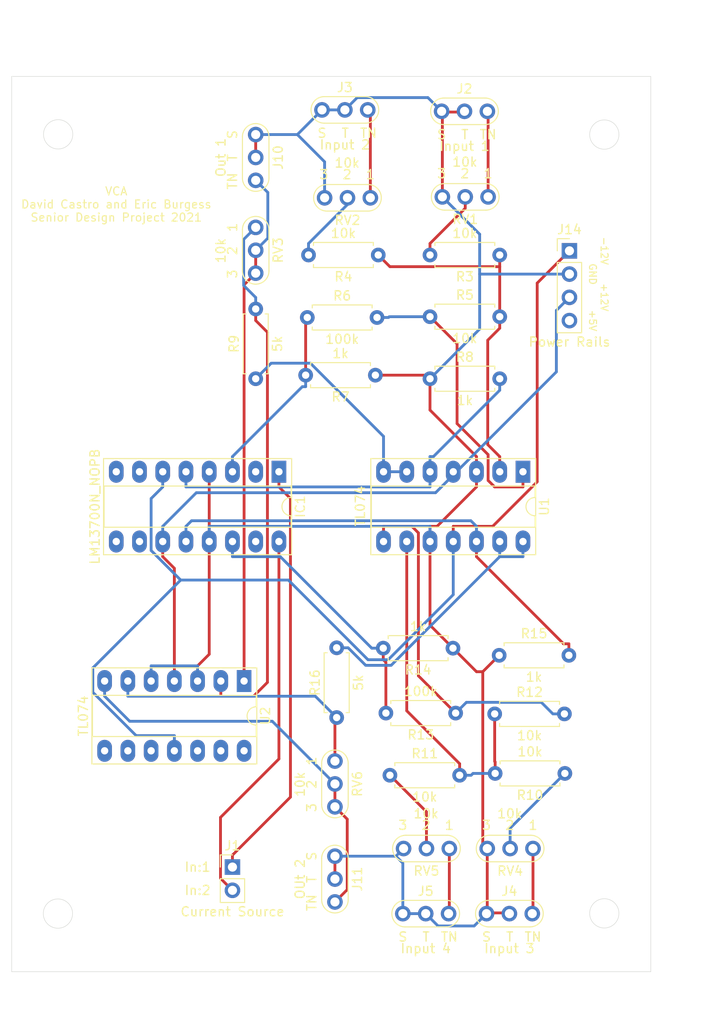
<source format=kicad_pcb>
(kicad_pcb (version 20171130) (host pcbnew "(5.1.12)-1")

  (general
    (thickness 1.6)
    (drawings 26)
    (tracks 224)
    (zones 0)
    (modules 31)
    (nets 35)
  )

  (page A4)
  (layers
    (0 F.Cu signal)
    (31 B.Cu signal)
    (32 B.Adhes user)
    (33 F.Adhes user)
    (34 B.Paste user)
    (35 F.Paste user)
    (36 B.SilkS user)
    (37 F.SilkS user)
    (38 B.Mask user)
    (39 F.Mask user)
    (40 Dwgs.User user)
    (41 Cmts.User user)
    (42 Eco1.User user)
    (43 Eco2.User user)
    (44 Edge.Cuts user)
    (45 Margin user)
    (46 B.CrtYd user)
    (47 F.CrtYd user)
    (48 B.Fab user)
    (49 F.Fab user)
  )

  (setup
    (last_trace_width 0.3048)
    (trace_clearance 0.3048)
    (zone_clearance 0.508)
    (zone_45_only no)
    (trace_min 0.2)
    (via_size 0.8)
    (via_drill 0.4)
    (via_min_size 0.4)
    (via_min_drill 0.3)
    (uvia_size 0.3)
    (uvia_drill 0.1)
    (uvias_allowed no)
    (uvia_min_size 0.2)
    (uvia_min_drill 0.1)
    (edge_width 0.05)
    (segment_width 0.2)
    (pcb_text_width 0.3)
    (pcb_text_size 1.5 1.5)
    (mod_edge_width 0.12)
    (mod_text_size 1 1)
    (mod_text_width 0.15)
    (pad_size 1.524 1.524)
    (pad_drill 0.762)
    (pad_to_mask_clearance 0)
    (aux_axis_origin 0 0)
    (visible_elements 7FFFFFFF)
    (pcbplotparams
      (layerselection 0x010fc_ffffffff)
      (usegerberextensions true)
      (usegerberattributes true)
      (usegerberadvancedattributes true)
      (creategerberjobfile false)
      (excludeedgelayer true)
      (linewidth 0.100000)
      (plotframeref false)
      (viasonmask false)
      (mode 1)
      (useauxorigin false)
      (hpglpennumber 1)
      (hpglpenspeed 20)
      (hpglpendiameter 15.000000)
      (psnegative false)
      (psa4output false)
      (plotreference true)
      (plotvalue true)
      (plotinvisibletext false)
      (padsonsilk false)
      (subtractmaskfromsilk true)
      (outputformat 1)
      (mirror false)
      (drillshape 0)
      (scaleselection 1)
      (outputdirectory "D:/kicad/save_files/VCA_2.0/Drill File/"))
  )

  (net 0 "")
  (net 1 "Net-(IC1-Pad16)")
  (net 2 "Net-(IC1-Pad15)")
  (net 3 "Net-(IC1-Pad14)")
  (net 4 GND)
  (net 5 "Net-(IC1-Pad12)")
  (net 6 +12V)
  (net 7 "Net-(IC1-Pad10)")
  (net 8 "Net-(IC1-Pad9)")
  (net 9 "Net-(IC1-Pad8)")
  (net 10 "Net-(IC1-Pad7)")
  (net 11 -12V)
  (net 12 "Net-(IC1-Pad5)")
  (net 13 "Net-(IC1-Pad3)")
  (net 14 "Net-(IC1-Pad2)")
  (net 15 "Net-(IC1-Pad1)")
  (net 16 "Net-(J2-PadTN)")
  (net 17 "Net-(J3-PadTN)")
  (net 18 "Net-(J4-PadTN)")
  (net 19 "Net-(J5-PadTN)")
  (net 20 "Net-(J10-PadTN)")
  (net 21 "Net-(J11-PadTN)")
  (net 22 +5V)
  (net 23 "Net-(R3-Pad1)")
  (net 24 "Net-(R3-Pad2)")
  (net 25 "Net-(R4-Pad2)")
  (net 26 "Net-(R5-Pad1)")
  (net 27 "Net-(R9-Pad1)")
  (net 28 "Net-(R9-Pad2)")
  (net 29 "Net-(R10-Pad2)")
  (net 30 "Net-(R10-Pad1)")
  (net 31 "Net-(R11-Pad1)")
  (net 32 "Net-(R12-Pad2)")
  (net 33 "Net-(R16-Pad2)")
  (net 34 "Net-(R16-Pad1)")

  (net_class Default "This is the default net class."
    (clearance 0.3048)
    (trace_width 0.3048)
    (via_dia 0.8)
    (via_drill 0.4)
    (uvia_dia 0.3)
    (uvia_drill 0.1)
    (add_net +12V)
    (add_net +5V)
    (add_net -12V)
    (add_net GND)
    (add_net "Net-(IC1-Pad1)")
    (add_net "Net-(IC1-Pad10)")
    (add_net "Net-(IC1-Pad12)")
    (add_net "Net-(IC1-Pad14)")
    (add_net "Net-(IC1-Pad15)")
    (add_net "Net-(IC1-Pad16)")
    (add_net "Net-(IC1-Pad2)")
    (add_net "Net-(IC1-Pad3)")
    (add_net "Net-(IC1-Pad5)")
    (add_net "Net-(IC1-Pad7)")
    (add_net "Net-(IC1-Pad8)")
    (add_net "Net-(IC1-Pad9)")
    (add_net "Net-(J10-PadTN)")
    (add_net "Net-(J11-PadTN)")
    (add_net "Net-(J2-PadTN)")
    (add_net "Net-(J3-PadTN)")
    (add_net "Net-(J4-PadTN)")
    (add_net "Net-(J5-PadTN)")
    (add_net "Net-(R10-Pad1)")
    (add_net "Net-(R10-Pad2)")
    (add_net "Net-(R11-Pad1)")
    (add_net "Net-(R12-Pad2)")
    (add_net "Net-(R16-Pad1)")
    (add_net "Net-(R16-Pad2)")
    (add_net "Net-(R3-Pad1)")
    (add_net "Net-(R3-Pad2)")
    (add_net "Net-(R4-Pad2)")
    (add_net "Net-(R5-Pad1)")
    (add_net "Net-(R9-Pad1)")
    (add_net "Net-(R9-Pad2)")
  )

  (module custom:THONK-AudioJack-PJ398SM-W3.5mm (layer F.Cu) (tedit 619DDE05) (tstamp 619F06E3)
    (at 139.7 49.53)
    (descr "Ceramic Resomator/Filter 7.0x2.5mm^2, length*width=7.0x2.5mm^2 package, package length=7.0mm, package width=2.5mm, 3 pins")
    (tags "THT ceramic resonator filter")
    (path /61B7E370)
    (fp_text reference J2 (at 2.5 -2.45) (layer F.SilkS)
      (effects (font (size 1 1) (thickness 0.15)))
    )
    (fp_text value "Input 1" (at 2.5 3.81) (layer F.SilkS)
      (effects (font (size 1 1) (thickness 0.15)))
    )
    (fp_line (start 0.25 -1.25) (end 4.75 -1.25) (layer F.Fab) (width 0.1))
    (fp_line (start 0.25 1.25) (end 4.75 1.25) (layer F.Fab) (width 0.1))
    (fp_line (start 0.25 -1.25) (end 4.75 -1.25) (layer F.Fab) (width 0.1))
    (fp_line (start 0.25 1.25) (end 4.75 1.25) (layer F.Fab) (width 0.1))
    (fp_line (start 0.25 -1.45) (end 4.75 -1.45) (layer F.SilkS) (width 0.12))
    (fp_line (start 0.25 1.45) (end 4.75 1.45) (layer F.SilkS) (width 0.12))
    (fp_line (start -1.5 -1.7) (end -1.5 1.7) (layer F.CrtYd) (width 0.05))
    (fp_line (start -1.5 1.7) (end 6.5 1.7) (layer F.CrtYd) (width 0.05))
    (fp_line (start 6.5 1.7) (end 6.5 -1.7) (layer F.CrtYd) (width 0.05))
    (fp_line (start 6.5 -1.7) (end -1.5 -1.7) (layer F.CrtYd) (width 0.05))
    (fp_text user %R (at 2.5 0) (layer F.Fab)
      (effects (font (size 1 1) (thickness 0.15)))
    )
    (fp_arc (start 0.25 0) (end 0.25 -1.25) (angle -180) (layer F.Fab) (width 0.1))
    (fp_arc (start 4.75 0) (end 4.75 -1.25) (angle 180) (layer F.Fab) (width 0.1))
    (fp_arc (start 0.25 0) (end 0.25 -1.25) (angle -180) (layer F.Fab) (width 0.1))
    (fp_arc (start 4.75 0) (end 4.75 -1.25) (angle 180) (layer F.Fab) (width 0.1))
    (fp_arc (start 0.25 0) (end 0.25 -1.45) (angle -180) (layer F.SilkS) (width 0.12))
    (fp_arc (start 4.75 0) (end 4.75 -1.45) (angle 180) (layer F.SilkS) (width 0.12))
    (fp_text user TN (at 5.08 2.54) (layer F.SilkS)
      (effects (font (size 1 1) (thickness 0.15)))
    )
    (fp_text user T (at 2.54 2.54) (layer F.SilkS)
      (effects (font (size 1 1) (thickness 0.15)))
    )
    (fp_text user S (at 0 2.54) (layer F.SilkS)
      (effects (font (size 1 1) (thickness 0.15)))
    )
    (pad S thru_hole circle (at 0 0) (size 1.7 1.7) (drill 1) (layers *.Cu *.Mask)
      (net 4 GND))
    (pad T thru_hole circle (at 2.5 0) (size 1.7 1.7) (drill 1) (layers *.Cu *.Mask)
      (net 4 GND))
    (pad TN thru_hole circle (at 5 0) (size 1.7 1.7) (drill 1) (layers *.Cu *.Mask)
      (net 16 "Net-(J2-PadTN)"))
    (model ${KISYS3DMOD}/Crystal.3dshapes/Resonator-3Pin_W7.0mm_H2.5mm.wrl
      (at (xyz 0 0 0))
      (scale (xyz 1 1 1))
      (rotate (xyz 0 0 0))
    )
  )

  (module custom:THONK-AudioJack-PJ398SM-W3.5mm (layer F.Cu) (tedit 619DDE05) (tstamp 619F06FE)
    (at 126.627 49.376)
    (descr "Ceramic Resomator/Filter 7.0x2.5mm^2, length*width=7.0x2.5mm^2 package, package length=7.0mm, package width=2.5mm, 3 pins")
    (tags "THT ceramic resonator filter")
    (path /61B7EC5C)
    (fp_text reference J3 (at 2.5 -2.45) (layer F.SilkS)
      (effects (font (size 1 1) (thickness 0.15)))
    )
    (fp_text value "Input 2" (at 2.5 3.81) (layer F.SilkS)
      (effects (font (size 1 1) (thickness 0.15)))
    )
    (fp_line (start 6.5 -1.7) (end -1.5 -1.7) (layer F.CrtYd) (width 0.05))
    (fp_line (start 6.5 1.7) (end 6.5 -1.7) (layer F.CrtYd) (width 0.05))
    (fp_line (start -1.5 1.7) (end 6.5 1.7) (layer F.CrtYd) (width 0.05))
    (fp_line (start -1.5 -1.7) (end -1.5 1.7) (layer F.CrtYd) (width 0.05))
    (fp_line (start 0.25 1.45) (end 4.75 1.45) (layer F.SilkS) (width 0.12))
    (fp_line (start 0.25 -1.45) (end 4.75 -1.45) (layer F.SilkS) (width 0.12))
    (fp_line (start 0.25 1.25) (end 4.75 1.25) (layer F.Fab) (width 0.1))
    (fp_line (start 0.25 -1.25) (end 4.75 -1.25) (layer F.Fab) (width 0.1))
    (fp_line (start 0.25 1.25) (end 4.75 1.25) (layer F.Fab) (width 0.1))
    (fp_line (start 0.25 -1.25) (end 4.75 -1.25) (layer F.Fab) (width 0.1))
    (fp_text user S (at 0 2.54) (layer F.SilkS)
      (effects (font (size 1 1) (thickness 0.15)))
    )
    (fp_text user T (at 2.54 2.54) (layer F.SilkS)
      (effects (font (size 1 1) (thickness 0.15)))
    )
    (fp_text user TN (at 5.08 2.54) (layer F.SilkS)
      (effects (font (size 1 1) (thickness 0.15)))
    )
    (fp_arc (start 4.75 0) (end 4.75 -1.45) (angle 180) (layer F.SilkS) (width 0.12))
    (fp_arc (start 0.25 0) (end 0.25 -1.45) (angle -180) (layer F.SilkS) (width 0.12))
    (fp_arc (start 4.75 0) (end 4.75 -1.25) (angle 180) (layer F.Fab) (width 0.1))
    (fp_arc (start 0.25 0) (end 0.25 -1.25) (angle -180) (layer F.Fab) (width 0.1))
    (fp_arc (start 4.75 0) (end 4.75 -1.25) (angle 180) (layer F.Fab) (width 0.1))
    (fp_arc (start 0.25 0) (end 0.25 -1.25) (angle -180) (layer F.Fab) (width 0.1))
    (fp_text user %R (at 2.5 0) (layer F.Fab)
      (effects (font (size 1 1) (thickness 0.15)))
    )
    (pad TN thru_hole circle (at 5 0) (size 1.7 1.7) (drill 1) (layers *.Cu *.Mask)
      (net 17 "Net-(J3-PadTN)"))
    (pad T thru_hole circle (at 2.5 0) (size 1.7 1.7) (drill 1) (layers *.Cu *.Mask)
      (net 4 GND))
    (pad S thru_hole circle (at 0 0) (size 1.7 1.7) (drill 1) (layers *.Cu *.Mask)
      (net 4 GND))
    (model ${KISYS3DMOD}/Crystal.3dshapes/Resonator-3Pin_W7.0mm_H2.5mm.wrl
      (at (xyz 0 0 0))
      (scale (xyz 1 1 1))
      (rotate (xyz 0 0 0))
    )
  )

  (module custom:THONK-AudioJack-PJ398SM-W3.5mm (layer F.Cu) (tedit 619DDE05) (tstamp 619F0719)
    (at 144.606 137.166)
    (descr "Ceramic Resomator/Filter 7.0x2.5mm^2, length*width=7.0x2.5mm^2 package, package length=7.0mm, package width=2.5mm, 3 pins")
    (tags "THT ceramic resonator filter")
    (path /61B81118)
    (fp_text reference J4 (at 2.5 -2.45) (layer F.SilkS)
      (effects (font (size 1 1) (thickness 0.15)))
    )
    (fp_text value "Input 3" (at 2.5 3.81) (layer F.SilkS)
      (effects (font (size 1 1) (thickness 0.15)))
    )
    (fp_line (start 6.5 -1.7) (end -1.5 -1.7) (layer F.CrtYd) (width 0.05))
    (fp_line (start 6.5 1.7) (end 6.5 -1.7) (layer F.CrtYd) (width 0.05))
    (fp_line (start -1.5 1.7) (end 6.5 1.7) (layer F.CrtYd) (width 0.05))
    (fp_line (start -1.5 -1.7) (end -1.5 1.7) (layer F.CrtYd) (width 0.05))
    (fp_line (start 0.25 1.45) (end 4.75 1.45) (layer F.SilkS) (width 0.12))
    (fp_line (start 0.25 -1.45) (end 4.75 -1.45) (layer F.SilkS) (width 0.12))
    (fp_line (start 0.25 1.25) (end 4.75 1.25) (layer F.Fab) (width 0.1))
    (fp_line (start 0.25 -1.25) (end 4.75 -1.25) (layer F.Fab) (width 0.1))
    (fp_line (start 0.25 1.25) (end 4.75 1.25) (layer F.Fab) (width 0.1))
    (fp_line (start 0.25 -1.25) (end 4.75 -1.25) (layer F.Fab) (width 0.1))
    (fp_text user S (at 0 2.54) (layer F.SilkS)
      (effects (font (size 1 1) (thickness 0.15)))
    )
    (fp_text user T (at 2.54 2.54) (layer F.SilkS)
      (effects (font (size 1 1) (thickness 0.15)))
    )
    (fp_text user TN (at 5.08 2.54) (layer F.SilkS)
      (effects (font (size 1 1) (thickness 0.15)))
    )
    (fp_arc (start 4.75 0) (end 4.75 -1.45) (angle 180) (layer F.SilkS) (width 0.12))
    (fp_arc (start 0.25 0) (end 0.25 -1.45) (angle -180) (layer F.SilkS) (width 0.12))
    (fp_arc (start 4.75 0) (end 4.75 -1.25) (angle 180) (layer F.Fab) (width 0.1))
    (fp_arc (start 0.25 0) (end 0.25 -1.25) (angle -180) (layer F.Fab) (width 0.1))
    (fp_arc (start 4.75 0) (end 4.75 -1.25) (angle 180) (layer F.Fab) (width 0.1))
    (fp_arc (start 0.25 0) (end 0.25 -1.25) (angle -180) (layer F.Fab) (width 0.1))
    (fp_text user %R (at 2.5 0) (layer F.Fab)
      (effects (font (size 1 1) (thickness 0.15)))
    )
    (pad TN thru_hole circle (at 5 0) (size 1.7 1.7) (drill 1) (layers *.Cu *.Mask)
      (net 18 "Net-(J4-PadTN)"))
    (pad T thru_hole circle (at 2.5 0) (size 1.7 1.7) (drill 1) (layers *.Cu *.Mask)
      (net 4 GND))
    (pad S thru_hole circle (at 0 0) (size 1.7 1.7) (drill 1) (layers *.Cu *.Mask)
      (net 4 GND))
    (model ${KISYS3DMOD}/Crystal.3dshapes/Resonator-3Pin_W7.0mm_H2.5mm.wrl
      (at (xyz 0 0 0))
      (scale (xyz 1 1 1))
      (rotate (xyz 0 0 0))
    )
  )

  (module custom:THONK-AudioJack-PJ398SM-W3.5mm (layer F.Cu) (tedit 619DDE05) (tstamp 619F0734)
    (at 135.462 137.166)
    (descr "Ceramic Resomator/Filter 7.0x2.5mm^2, length*width=7.0x2.5mm^2 package, package length=7.0mm, package width=2.5mm, 3 pins")
    (tags "THT ceramic resonator filter")
    (path /61B7FA64)
    (fp_text reference J5 (at 2.5 -2.45) (layer F.SilkS)
      (effects (font (size 1 1) (thickness 0.15)))
    )
    (fp_text value "Input 4" (at 2.5 3.81) (layer F.SilkS)
      (effects (font (size 1 1) (thickness 0.15)))
    )
    (fp_line (start 0.25 -1.25) (end 4.75 -1.25) (layer F.Fab) (width 0.1))
    (fp_line (start 0.25 1.25) (end 4.75 1.25) (layer F.Fab) (width 0.1))
    (fp_line (start 0.25 -1.25) (end 4.75 -1.25) (layer F.Fab) (width 0.1))
    (fp_line (start 0.25 1.25) (end 4.75 1.25) (layer F.Fab) (width 0.1))
    (fp_line (start 0.25 -1.45) (end 4.75 -1.45) (layer F.SilkS) (width 0.12))
    (fp_line (start 0.25 1.45) (end 4.75 1.45) (layer F.SilkS) (width 0.12))
    (fp_line (start -1.5 -1.7) (end -1.5 1.7) (layer F.CrtYd) (width 0.05))
    (fp_line (start -1.5 1.7) (end 6.5 1.7) (layer F.CrtYd) (width 0.05))
    (fp_line (start 6.5 1.7) (end 6.5 -1.7) (layer F.CrtYd) (width 0.05))
    (fp_line (start 6.5 -1.7) (end -1.5 -1.7) (layer F.CrtYd) (width 0.05))
    (fp_text user %R (at 2.5 0) (layer F.Fab)
      (effects (font (size 1 1) (thickness 0.15)))
    )
    (fp_arc (start 0.25 0) (end 0.25 -1.25) (angle -180) (layer F.Fab) (width 0.1))
    (fp_arc (start 4.75 0) (end 4.75 -1.25) (angle 180) (layer F.Fab) (width 0.1))
    (fp_arc (start 0.25 0) (end 0.25 -1.25) (angle -180) (layer F.Fab) (width 0.1))
    (fp_arc (start 4.75 0) (end 4.75 -1.25) (angle 180) (layer F.Fab) (width 0.1))
    (fp_arc (start 0.25 0) (end 0.25 -1.45) (angle -180) (layer F.SilkS) (width 0.12))
    (fp_arc (start 4.75 0) (end 4.75 -1.45) (angle 180) (layer F.SilkS) (width 0.12))
    (fp_text user TN (at 5.08 2.54) (layer F.SilkS)
      (effects (font (size 1 1) (thickness 0.15)))
    )
    (fp_text user T (at 2.54 2.54) (layer F.SilkS)
      (effects (font (size 1 1) (thickness 0.15)))
    )
    (fp_text user S (at 0 2.54) (layer F.SilkS)
      (effects (font (size 1 1) (thickness 0.15)))
    )
    (pad S thru_hole circle (at 0 0) (size 1.7 1.7) (drill 1) (layers *.Cu *.Mask)
      (net 4 GND))
    (pad T thru_hole circle (at 2.5 0) (size 1.7 1.7) (drill 1) (layers *.Cu *.Mask)
      (net 4 GND))
    (pad TN thru_hole circle (at 5 0) (size 1.7 1.7) (drill 1) (layers *.Cu *.Mask)
      (net 19 "Net-(J5-PadTN)"))
    (model ${KISYS3DMOD}/Crystal.3dshapes/Resonator-3Pin_W7.0mm_H2.5mm.wrl
      (at (xyz 0 0 0))
      (scale (xyz 1 1 1))
      (rotate (xyz 0 0 0))
    )
  )

  (module custom:THONK-AudioJack-PJ398SM-W3.5mm (layer F.Cu) (tedit 619DDE05) (tstamp 619F07BB)
    (at 119.38 52.07 270)
    (descr "Ceramic Resomator/Filter 7.0x2.5mm^2, length*width=7.0x2.5mm^2 package, package length=7.0mm, package width=2.5mm, 3 pins")
    (tags "THT ceramic resonator filter")
    (path /61E023C8)
    (fp_text reference J10 (at 2.5 -2.45 90) (layer F.SilkS)
      (effects (font (size 1 1) (thickness 0.15)))
    )
    (fp_text value "Out 1" (at 2.5 3.81 90) (layer F.SilkS)
      (effects (font (size 1 1) (thickness 0.15)))
    )
    (fp_line (start 6.5 -1.7) (end -1.5 -1.7) (layer F.CrtYd) (width 0.05))
    (fp_line (start 6.5 1.7) (end 6.5 -1.7) (layer F.CrtYd) (width 0.05))
    (fp_line (start -1.5 1.7) (end 6.5 1.7) (layer F.CrtYd) (width 0.05))
    (fp_line (start -1.5 -1.7) (end -1.5 1.7) (layer F.CrtYd) (width 0.05))
    (fp_line (start 0.25 1.45) (end 4.75 1.45) (layer F.SilkS) (width 0.12))
    (fp_line (start 0.25 -1.45) (end 4.75 -1.45) (layer F.SilkS) (width 0.12))
    (fp_line (start 0.25 1.25) (end 4.75 1.25) (layer F.Fab) (width 0.1))
    (fp_line (start 0.25 -1.25) (end 4.75 -1.25) (layer F.Fab) (width 0.1))
    (fp_line (start 0.25 1.25) (end 4.75 1.25) (layer F.Fab) (width 0.1))
    (fp_line (start 0.25 -1.25) (end 4.75 -1.25) (layer F.Fab) (width 0.1))
    (fp_text user S (at 0 2.54 90) (layer F.SilkS)
      (effects (font (size 1 1) (thickness 0.15)))
    )
    (fp_text user T (at 2.54 2.54 90) (layer F.SilkS)
      (effects (font (size 1 1) (thickness 0.15)))
    )
    (fp_text user TN (at 5.08 2.54 90) (layer F.SilkS)
      (effects (font (size 1 1) (thickness 0.15)))
    )
    (fp_arc (start 4.75 0) (end 4.75 -1.45) (angle 180) (layer F.SilkS) (width 0.12))
    (fp_arc (start 0.25 0) (end 0.25 -1.45) (angle -180) (layer F.SilkS) (width 0.12))
    (fp_arc (start 4.75 0) (end 4.75 -1.25) (angle 180) (layer F.Fab) (width 0.1))
    (fp_arc (start 0.25 0) (end 0.25 -1.25) (angle -180) (layer F.Fab) (width 0.1))
    (fp_arc (start 4.75 0) (end 4.75 -1.25) (angle 180) (layer F.Fab) (width 0.1))
    (fp_arc (start 0.25 0) (end 0.25 -1.25) (angle -180) (layer F.Fab) (width 0.1))
    (fp_text user %R (at 2.5 0 90) (layer F.Fab)
      (effects (font (size 1 1) (thickness 0.15)))
    )
    (pad TN thru_hole circle (at 5 0 270) (size 1.7 1.7) (drill 1) (layers *.Cu *.Mask)
      (net 20 "Net-(J10-PadTN)"))
    (pad T thru_hole circle (at 2.5 0 270) (size 1.7 1.7) (drill 1) (layers *.Cu *.Mask)
      (net 4 GND))
    (pad S thru_hole circle (at 0 0 270) (size 1.7 1.7) (drill 1) (layers *.Cu *.Mask)
      (net 4 GND))
    (model ${KISYS3DMOD}/Crystal.3dshapes/Resonator-3Pin_W7.0mm_H2.5mm.wrl
      (at (xyz 0 0 0))
      (scale (xyz 1 1 1))
      (rotate (xyz 0 0 0))
    )
  )

  (module custom:THONK-AudioJack-PJ398SM-W3.5mm (layer F.Cu) (tedit 619DDE05) (tstamp 619F07D6)
    (at 128.04 130.89 270)
    (descr "Ceramic Resomator/Filter 7.0x2.5mm^2, length*width=7.0x2.5mm^2 package, package length=7.0mm, package width=2.5mm, 3 pins")
    (tags "THT ceramic resonator filter")
    (path /61E48B9B)
    (fp_text reference J11 (at 2.5 -2.45 90) (layer F.SilkS)
      (effects (font (size 1 1) (thickness 0.15)))
    )
    (fp_text value "OUt 2" (at 2.5 3.81 90) (layer F.SilkS)
      (effects (font (size 1 1) (thickness 0.15)))
    )
    (fp_line (start 0.25 -1.25) (end 4.75 -1.25) (layer F.Fab) (width 0.1))
    (fp_line (start 0.25 1.25) (end 4.75 1.25) (layer F.Fab) (width 0.1))
    (fp_line (start 0.25 -1.25) (end 4.75 -1.25) (layer F.Fab) (width 0.1))
    (fp_line (start 0.25 1.25) (end 4.75 1.25) (layer F.Fab) (width 0.1))
    (fp_line (start 0.25 -1.45) (end 4.75 -1.45) (layer F.SilkS) (width 0.12))
    (fp_line (start 0.25 1.45) (end 4.75 1.45) (layer F.SilkS) (width 0.12))
    (fp_line (start -1.5 -1.7) (end -1.5 1.7) (layer F.CrtYd) (width 0.05))
    (fp_line (start -1.5 1.7) (end 6.5 1.7) (layer F.CrtYd) (width 0.05))
    (fp_line (start 6.5 1.7) (end 6.5 -1.7) (layer F.CrtYd) (width 0.05))
    (fp_line (start 6.5 -1.7) (end -1.5 -1.7) (layer F.CrtYd) (width 0.05))
    (fp_text user %R (at 2.5 0 90) (layer F.Fab)
      (effects (font (size 1 1) (thickness 0.15)))
    )
    (fp_arc (start 0.25 0) (end 0.25 -1.25) (angle -180) (layer F.Fab) (width 0.1))
    (fp_arc (start 4.75 0) (end 4.75 -1.25) (angle 180) (layer F.Fab) (width 0.1))
    (fp_arc (start 0.25 0) (end 0.25 -1.25) (angle -180) (layer F.Fab) (width 0.1))
    (fp_arc (start 4.75 0) (end 4.75 -1.25) (angle 180) (layer F.Fab) (width 0.1))
    (fp_arc (start 0.25 0) (end 0.25 -1.45) (angle -180) (layer F.SilkS) (width 0.12))
    (fp_arc (start 4.75 0) (end 4.75 -1.45) (angle 180) (layer F.SilkS) (width 0.12))
    (fp_text user TN (at 5.08 2.54 90) (layer F.SilkS)
      (effects (font (size 1 1) (thickness 0.15)))
    )
    (fp_text user T (at 2.54 2.54 90) (layer F.SilkS)
      (effects (font (size 1 1) (thickness 0.15)))
    )
    (fp_text user S (at 0 2.54 90) (layer F.SilkS)
      (effects (font (size 1 1) (thickness 0.15)))
    )
    (pad S thru_hole circle (at 0 0 270) (size 1.7 1.7) (drill 1) (layers *.Cu *.Mask)
      (net 4 GND))
    (pad T thru_hole circle (at 2.5 0 270) (size 1.7 1.7) (drill 1) (layers *.Cu *.Mask)
      (net 4 GND))
    (pad TN thru_hole circle (at 5 0 270) (size 1.7 1.7) (drill 1) (layers *.Cu *.Mask)
      (net 21 "Net-(J11-PadTN)"))
    (model ${KISYS3DMOD}/Crystal.3dshapes/Resonator-3Pin_W7.0mm_H2.5mm.wrl
      (at (xyz 0 0 0))
      (scale (xyz 1 1 1))
      (rotate (xyz 0 0 0))
    )
  )

  (module Connector_PinHeader_2.54mm:PinHeader_1x04_P2.54mm_Vertical (layer F.Cu) (tedit 59FED5CC) (tstamp 619F0824)
    (at 153.67 64.77)
    (descr "Through hole straight pin header, 1x04, 2.54mm pitch, single row")
    (tags "Through hole pin header THT 1x04 2.54mm single row")
    (path /620A7956)
    (fp_text reference J14 (at 0 -2.33) (layer F.SilkS)
      (effects (font (size 1 1) (thickness 0.15)))
    )
    (fp_text value "Power Rails" (at 0 9.95) (layer F.SilkS)
      (effects (font (size 1 1) (thickness 0.15)))
    )
    (fp_line (start 1.8 -1.8) (end -1.8 -1.8) (layer F.CrtYd) (width 0.05))
    (fp_line (start 1.8 9.4) (end 1.8 -1.8) (layer F.CrtYd) (width 0.05))
    (fp_line (start -1.8 9.4) (end 1.8 9.4) (layer F.CrtYd) (width 0.05))
    (fp_line (start -1.8 -1.8) (end -1.8 9.4) (layer F.CrtYd) (width 0.05))
    (fp_line (start -1.33 -1.33) (end 0 -1.33) (layer F.SilkS) (width 0.12))
    (fp_line (start -1.33 0) (end -1.33 -1.33) (layer F.SilkS) (width 0.12))
    (fp_line (start -1.33 1.27) (end 1.33 1.27) (layer F.SilkS) (width 0.12))
    (fp_line (start 1.33 1.27) (end 1.33 8.95) (layer F.SilkS) (width 0.12))
    (fp_line (start -1.33 1.27) (end -1.33 8.95) (layer F.SilkS) (width 0.12))
    (fp_line (start -1.33 8.95) (end 1.33 8.95) (layer F.SilkS) (width 0.12))
    (fp_line (start -1.27 -0.635) (end -0.635 -1.27) (layer F.Fab) (width 0.1))
    (fp_line (start -1.27 8.89) (end -1.27 -0.635) (layer F.Fab) (width 0.1))
    (fp_line (start 1.27 8.89) (end -1.27 8.89) (layer F.Fab) (width 0.1))
    (fp_line (start 1.27 -1.27) (end 1.27 8.89) (layer F.Fab) (width 0.1))
    (fp_line (start -0.635 -1.27) (end 1.27 -1.27) (layer F.Fab) (width 0.1))
    (fp_text user %R (at 0 3.81 90) (layer F.Fab)
      (effects (font (size 1 1) (thickness 0.15)))
    )
    (pad 1 thru_hole rect (at 0 0) (size 1.7 1.7) (drill 1) (layers *.Cu *.Mask)
      (net 11 -12V))
    (pad 2 thru_hole oval (at 0 2.54) (size 1.7 1.7) (drill 1) (layers *.Cu *.Mask)
      (net 4 GND))
    (pad 3 thru_hole oval (at 0 5.08) (size 1.7 1.7) (drill 1) (layers *.Cu *.Mask)
      (net 6 +12V))
    (pad 4 thru_hole oval (at 0 7.62) (size 1.7 1.7) (drill 1) (layers *.Cu *.Mask)
      (net 22 +5V))
    (model ${KISYS3DMOD}/Connector_PinHeader_2.54mm.3dshapes/PinHeader_1x04_P2.54mm_Vertical.wrl
      (at (xyz 0 0 0))
      (scale (xyz 1 1 1))
      (rotate (xyz 0 0 0))
    )
  )

  (module Resistor_THT:R_Axial_DIN0207_L6.3mm_D2.5mm_P7.62mm_Horizontal (layer F.Cu) (tedit 5AE5139B) (tstamp 619F0869)
    (at 146.05 65.226 180)
    (descr "Resistor, Axial_DIN0207 series, Axial, Horizontal, pin pitch=7.62mm, 0.25W = 1/4W, length*diameter=6.3*2.5mm^2, http://cdn-reichelt.de/documents/datenblatt/B400/1_4W%23YAG.pdf")
    (tags "Resistor Axial_DIN0207 series Axial Horizontal pin pitch 7.62mm 0.25W = 1/4W length 6.3mm diameter 2.5mm")
    (path /61B9A13F)
    (fp_text reference R3 (at 3.81 -2.37) (layer F.SilkS)
      (effects (font (size 1 1) (thickness 0.15)))
    )
    (fp_text value 10k (at 3.81 2.37) (layer F.SilkS)
      (effects (font (size 1 1) (thickness 0.15)))
    )
    (fp_line (start 8.67 -1.5) (end -1.05 -1.5) (layer F.CrtYd) (width 0.05))
    (fp_line (start 8.67 1.5) (end 8.67 -1.5) (layer F.CrtYd) (width 0.05))
    (fp_line (start -1.05 1.5) (end 8.67 1.5) (layer F.CrtYd) (width 0.05))
    (fp_line (start -1.05 -1.5) (end -1.05 1.5) (layer F.CrtYd) (width 0.05))
    (fp_line (start 7.08 1.37) (end 7.08 1.04) (layer F.SilkS) (width 0.12))
    (fp_line (start 0.54 1.37) (end 7.08 1.37) (layer F.SilkS) (width 0.12))
    (fp_line (start 0.54 1.04) (end 0.54 1.37) (layer F.SilkS) (width 0.12))
    (fp_line (start 7.08 -1.37) (end 7.08 -1.04) (layer F.SilkS) (width 0.12))
    (fp_line (start 0.54 -1.37) (end 7.08 -1.37) (layer F.SilkS) (width 0.12))
    (fp_line (start 0.54 -1.04) (end 0.54 -1.37) (layer F.SilkS) (width 0.12))
    (fp_line (start 7.62 0) (end 6.96 0) (layer F.Fab) (width 0.1))
    (fp_line (start 0 0) (end 0.66 0) (layer F.Fab) (width 0.1))
    (fp_line (start 6.96 -1.25) (end 0.66 -1.25) (layer F.Fab) (width 0.1))
    (fp_line (start 6.96 1.25) (end 6.96 -1.25) (layer F.Fab) (width 0.1))
    (fp_line (start 0.66 1.25) (end 6.96 1.25) (layer F.Fab) (width 0.1))
    (fp_line (start 0.66 -1.25) (end 0.66 1.25) (layer F.Fab) (width 0.1))
    (fp_text user %R (at 3.81 0) (layer F.Fab)
      (effects (font (size 1 1) (thickness 0.15)))
    )
    (pad 1 thru_hole circle (at 0 0 180) (size 1.6 1.6) (drill 0.8) (layers *.Cu *.Mask)
      (net 23 "Net-(R3-Pad1)"))
    (pad 2 thru_hole oval (at 7.62 0 180) (size 1.6 1.6) (drill 0.8) (layers *.Cu *.Mask)
      (net 24 "Net-(R3-Pad2)"))
    (model ${KISYS3DMOD}/Resistor_THT.3dshapes/R_Axial_DIN0207_L6.3mm_D2.5mm_P7.62mm_Horizontal.wrl
      (at (xyz 0 0 0))
      (scale (xyz 1 1 1))
      (rotate (xyz 0 0 0))
    )
  )

  (module Resistor_THT:R_Axial_DIN0207_L6.3mm_D2.5mm_P7.62mm_Horizontal (layer F.Cu) (tedit 5AE5139B) (tstamp 619F0880)
    (at 132.774 65.226 180)
    (descr "Resistor, Axial_DIN0207 series, Axial, Horizontal, pin pitch=7.62mm, 0.25W = 1/4W, length*diameter=6.3*2.5mm^2, http://cdn-reichelt.de/documents/datenblatt/B400/1_4W%23YAG.pdf")
    (tags "Resistor Axial_DIN0207 series Axial Horizontal pin pitch 7.62mm 0.25W = 1/4W length 6.3mm diameter 2.5mm")
    (path /61B9BA40)
    (fp_text reference R4 (at 3.81 -2.37) (layer F.SilkS)
      (effects (font (size 1 1) (thickness 0.15)))
    )
    (fp_text value 10k (at 3.81 2.37) (layer F.SilkS)
      (effects (font (size 1 1) (thickness 0.15)))
    )
    (fp_line (start 0.66 -1.25) (end 0.66 1.25) (layer F.Fab) (width 0.1))
    (fp_line (start 0.66 1.25) (end 6.96 1.25) (layer F.Fab) (width 0.1))
    (fp_line (start 6.96 1.25) (end 6.96 -1.25) (layer F.Fab) (width 0.1))
    (fp_line (start 6.96 -1.25) (end 0.66 -1.25) (layer F.Fab) (width 0.1))
    (fp_line (start 0 0) (end 0.66 0) (layer F.Fab) (width 0.1))
    (fp_line (start 7.62 0) (end 6.96 0) (layer F.Fab) (width 0.1))
    (fp_line (start 0.54 -1.04) (end 0.54 -1.37) (layer F.SilkS) (width 0.12))
    (fp_line (start 0.54 -1.37) (end 7.08 -1.37) (layer F.SilkS) (width 0.12))
    (fp_line (start 7.08 -1.37) (end 7.08 -1.04) (layer F.SilkS) (width 0.12))
    (fp_line (start 0.54 1.04) (end 0.54 1.37) (layer F.SilkS) (width 0.12))
    (fp_line (start 0.54 1.37) (end 7.08 1.37) (layer F.SilkS) (width 0.12))
    (fp_line (start 7.08 1.37) (end 7.08 1.04) (layer F.SilkS) (width 0.12))
    (fp_line (start -1.05 -1.5) (end -1.05 1.5) (layer F.CrtYd) (width 0.05))
    (fp_line (start -1.05 1.5) (end 8.67 1.5) (layer F.CrtYd) (width 0.05))
    (fp_line (start 8.67 1.5) (end 8.67 -1.5) (layer F.CrtYd) (width 0.05))
    (fp_line (start 8.67 -1.5) (end -1.05 -1.5) (layer F.CrtYd) (width 0.05))
    (fp_text user %R (at 3.81 0) (layer F.Fab)
      (effects (font (size 1 1) (thickness 0.15)))
    )
    (pad 2 thru_hole oval (at 7.62 0 180) (size 1.6 1.6) (drill 0.8) (layers *.Cu *.Mask)
      (net 25 "Net-(R4-Pad2)"))
    (pad 1 thru_hole circle (at 0 0 180) (size 1.6 1.6) (drill 0.8) (layers *.Cu *.Mask)
      (net 23 "Net-(R3-Pad1)"))
    (model ${KISYS3DMOD}/Resistor_THT.3dshapes/R_Axial_DIN0207_L6.3mm_D2.5mm_P7.62mm_Horizontal.wrl
      (at (xyz 0 0 0))
      (scale (xyz 1 1 1))
      (rotate (xyz 0 0 0))
    )
  )

  (module Resistor_THT:R_Axial_DIN0207_L6.3mm_D2.5mm_P7.62mm_Horizontal (layer F.Cu) (tedit 5AE5139B) (tstamp 619F0897)
    (at 138.43 71.965)
    (descr "Resistor, Axial_DIN0207 series, Axial, Horizontal, pin pitch=7.62mm, 0.25W = 1/4W, length*diameter=6.3*2.5mm^2, http://cdn-reichelt.de/documents/datenblatt/B400/1_4W%23YAG.pdf")
    (tags "Resistor Axial_DIN0207 series Axial Horizontal pin pitch 7.62mm 0.25W = 1/4W length 6.3mm diameter 2.5mm")
    (path /619C7D75)
    (fp_text reference R5 (at 3.81 -2.37) (layer F.SilkS)
      (effects (font (size 1 1) (thickness 0.15)))
    )
    (fp_text value 10k (at 3.81 2.37) (layer F.SilkS)
      (effects (font (size 1 1) (thickness 0.15)))
    )
    (fp_line (start 8.67 -1.5) (end -1.05 -1.5) (layer F.CrtYd) (width 0.05))
    (fp_line (start 8.67 1.5) (end 8.67 -1.5) (layer F.CrtYd) (width 0.05))
    (fp_line (start -1.05 1.5) (end 8.67 1.5) (layer F.CrtYd) (width 0.05))
    (fp_line (start -1.05 -1.5) (end -1.05 1.5) (layer F.CrtYd) (width 0.05))
    (fp_line (start 7.08 1.37) (end 7.08 1.04) (layer F.SilkS) (width 0.12))
    (fp_line (start 0.54 1.37) (end 7.08 1.37) (layer F.SilkS) (width 0.12))
    (fp_line (start 0.54 1.04) (end 0.54 1.37) (layer F.SilkS) (width 0.12))
    (fp_line (start 7.08 -1.37) (end 7.08 -1.04) (layer F.SilkS) (width 0.12))
    (fp_line (start 0.54 -1.37) (end 7.08 -1.37) (layer F.SilkS) (width 0.12))
    (fp_line (start 0.54 -1.04) (end 0.54 -1.37) (layer F.SilkS) (width 0.12))
    (fp_line (start 7.62 0) (end 6.96 0) (layer F.Fab) (width 0.1))
    (fp_line (start 0 0) (end 0.66 0) (layer F.Fab) (width 0.1))
    (fp_line (start 6.96 -1.25) (end 0.66 -1.25) (layer F.Fab) (width 0.1))
    (fp_line (start 6.96 1.25) (end 6.96 -1.25) (layer F.Fab) (width 0.1))
    (fp_line (start 0.66 1.25) (end 6.96 1.25) (layer F.Fab) (width 0.1))
    (fp_line (start 0.66 -1.25) (end 0.66 1.25) (layer F.Fab) (width 0.1))
    (fp_text user %R (at 3.81 0) (layer F.Fab)
      (effects (font (size 1 1) (thickness 0.15)))
    )
    (pad 1 thru_hole circle (at 0 0) (size 1.6 1.6) (drill 0.8) (layers *.Cu *.Mask)
      (net 26 "Net-(R5-Pad1)"))
    (pad 2 thru_hole oval (at 7.62 0) (size 1.6 1.6) (drill 0.8) (layers *.Cu *.Mask)
      (net 23 "Net-(R3-Pad1)"))
    (model ${KISYS3DMOD}/Resistor_THT.3dshapes/R_Axial_DIN0207_L6.3mm_D2.5mm_P7.62mm_Horizontal.wrl
      (at (xyz 0 0 0))
      (scale (xyz 1 1 1))
      (rotate (xyz 0 0 0))
    )
  )

  (module Resistor_THT:R_Axial_DIN0207_L6.3mm_D2.5mm_P7.62mm_Horizontal (layer F.Cu) (tedit 5AE5139B) (tstamp 619F08AE)
    (at 125.02 72.05)
    (descr "Resistor, Axial_DIN0207 series, Axial, Horizontal, pin pitch=7.62mm, 0.25W = 1/4W, length*diameter=6.3*2.5mm^2, http://cdn-reichelt.de/documents/datenblatt/B400/1_4W%23YAG.pdf")
    (tags "Resistor Axial_DIN0207 series Axial Horizontal pin pitch 7.62mm 0.25W = 1/4W length 6.3mm diameter 2.5mm")
    (path /61B9EB46)
    (fp_text reference R6 (at 3.81 -2.37) (layer F.SilkS)
      (effects (font (size 1 1) (thickness 0.15)))
    )
    (fp_text value 100k (at 3.81 2.37) (layer F.SilkS)
      (effects (font (size 1 1) (thickness 0.15)))
    )
    (fp_line (start 8.67 -1.5) (end -1.05 -1.5) (layer F.CrtYd) (width 0.05))
    (fp_line (start 8.67 1.5) (end 8.67 -1.5) (layer F.CrtYd) (width 0.05))
    (fp_line (start -1.05 1.5) (end 8.67 1.5) (layer F.CrtYd) (width 0.05))
    (fp_line (start -1.05 -1.5) (end -1.05 1.5) (layer F.CrtYd) (width 0.05))
    (fp_line (start 7.08 1.37) (end 7.08 1.04) (layer F.SilkS) (width 0.12))
    (fp_line (start 0.54 1.37) (end 7.08 1.37) (layer F.SilkS) (width 0.12))
    (fp_line (start 0.54 1.04) (end 0.54 1.37) (layer F.SilkS) (width 0.12))
    (fp_line (start 7.08 -1.37) (end 7.08 -1.04) (layer F.SilkS) (width 0.12))
    (fp_line (start 0.54 -1.37) (end 7.08 -1.37) (layer F.SilkS) (width 0.12))
    (fp_line (start 0.54 -1.04) (end 0.54 -1.37) (layer F.SilkS) (width 0.12))
    (fp_line (start 7.62 0) (end 6.96 0) (layer F.Fab) (width 0.1))
    (fp_line (start 0 0) (end 0.66 0) (layer F.Fab) (width 0.1))
    (fp_line (start 6.96 -1.25) (end 0.66 -1.25) (layer F.Fab) (width 0.1))
    (fp_line (start 6.96 1.25) (end 6.96 -1.25) (layer F.Fab) (width 0.1))
    (fp_line (start 0.66 1.25) (end 6.96 1.25) (layer F.Fab) (width 0.1))
    (fp_line (start 0.66 -1.25) (end 0.66 1.25) (layer F.Fab) (width 0.1))
    (fp_text user %R (at 3.81 0) (layer F.Fab)
      (effects (font (size 1 1) (thickness 0.15)))
    )
    (pad 1 thru_hole circle (at 0 0) (size 1.6 1.6) (drill 0.8) (layers *.Cu *.Mask)
      (net 13 "Net-(IC1-Pad3)"))
    (pad 2 thru_hole oval (at 7.62 0) (size 1.6 1.6) (drill 0.8) (layers *.Cu *.Mask)
      (net 26 "Net-(R5-Pad1)"))
    (model ${KISYS3DMOD}/Resistor_THT.3dshapes/R_Axial_DIN0207_L6.3mm_D2.5mm_P7.62mm_Horizontal.wrl
      (at (xyz 0 0 0))
      (scale (xyz 1 1 1))
      (rotate (xyz 0 0 0))
    )
  )

  (module Resistor_THT:R_Axial_DIN0207_L6.3mm_D2.5mm_P7.62mm_Horizontal (layer F.Cu) (tedit 5AE5139B) (tstamp 619F08C5)
    (at 132.46 78.35 180)
    (descr "Resistor, Axial_DIN0207 series, Axial, Horizontal, pin pitch=7.62mm, 0.25W = 1/4W, length*diameter=6.3*2.5mm^2, http://cdn-reichelt.de/documents/datenblatt/B400/1_4W%23YAG.pdf")
    (tags "Resistor Axial_DIN0207 series Axial Horizontal pin pitch 7.62mm 0.25W = 1/4W length 6.3mm diameter 2.5mm")
    (path /61B9F76F)
    (fp_text reference R7 (at 3.81 -2.37) (layer F.SilkS)
      (effects (font (size 1 1) (thickness 0.15)))
    )
    (fp_text value 1k (at 3.81 2.37) (layer F.SilkS)
      (effects (font (size 1 1) (thickness 0.15)))
    )
    (fp_line (start 8.67 -1.5) (end -1.05 -1.5) (layer F.CrtYd) (width 0.05))
    (fp_line (start 8.67 1.5) (end 8.67 -1.5) (layer F.CrtYd) (width 0.05))
    (fp_line (start -1.05 1.5) (end 8.67 1.5) (layer F.CrtYd) (width 0.05))
    (fp_line (start -1.05 -1.5) (end -1.05 1.5) (layer F.CrtYd) (width 0.05))
    (fp_line (start 7.08 1.37) (end 7.08 1.04) (layer F.SilkS) (width 0.12))
    (fp_line (start 0.54 1.37) (end 7.08 1.37) (layer F.SilkS) (width 0.12))
    (fp_line (start 0.54 1.04) (end 0.54 1.37) (layer F.SilkS) (width 0.12))
    (fp_line (start 7.08 -1.37) (end 7.08 -1.04) (layer F.SilkS) (width 0.12))
    (fp_line (start 0.54 -1.37) (end 7.08 -1.37) (layer F.SilkS) (width 0.12))
    (fp_line (start 0.54 -1.04) (end 0.54 -1.37) (layer F.SilkS) (width 0.12))
    (fp_line (start 7.62 0) (end 6.96 0) (layer F.Fab) (width 0.1))
    (fp_line (start 0 0) (end 0.66 0) (layer F.Fab) (width 0.1))
    (fp_line (start 6.96 -1.25) (end 0.66 -1.25) (layer F.Fab) (width 0.1))
    (fp_line (start 6.96 1.25) (end 6.96 -1.25) (layer F.Fab) (width 0.1))
    (fp_line (start 0.66 1.25) (end 6.96 1.25) (layer F.Fab) (width 0.1))
    (fp_line (start 0.66 -1.25) (end 0.66 1.25) (layer F.Fab) (width 0.1))
    (fp_text user %R (at 3.81 0) (layer F.Fab)
      (effects (font (size 1 1) (thickness 0.15)))
    )
    (pad 1 thru_hole circle (at 0 0 180) (size 1.6 1.6) (drill 0.8) (layers *.Cu *.Mask)
      (net 4 GND))
    (pad 2 thru_hole oval (at 7.62 0 180) (size 1.6 1.6) (drill 0.8) (layers *.Cu *.Mask)
      (net 13 "Net-(IC1-Pad3)"))
    (model ${KISYS3DMOD}/Resistor_THT.3dshapes/R_Axial_DIN0207_L6.3mm_D2.5mm_P7.62mm_Horizontal.wrl
      (at (xyz 0 0 0))
      (scale (xyz 1 1 1))
      (rotate (xyz 0 0 0))
    )
  )

  (module Resistor_THT:R_Axial_DIN0207_L6.3mm_D2.5mm_P7.62mm_Horizontal (layer F.Cu) (tedit 5AE5139B) (tstamp 619F08DC)
    (at 138.43 78.74)
    (descr "Resistor, Axial_DIN0207 series, Axial, Horizontal, pin pitch=7.62mm, 0.25W = 1/4W, length*diameter=6.3*2.5mm^2, http://cdn-reichelt.de/documents/datenblatt/B400/1_4W%23YAG.pdf")
    (tags "Resistor Axial_DIN0207 series Axial Horizontal pin pitch 7.62mm 0.25W = 1/4W length 6.3mm diameter 2.5mm")
    (path /61A44F1E)
    (fp_text reference R8 (at 3.81 -2.37) (layer F.SilkS)
      (effects (font (size 1 1) (thickness 0.15)))
    )
    (fp_text value 1k (at 3.81 2.37) (layer F.SilkS)
      (effects (font (size 1 1) (thickness 0.15)))
    )
    (fp_line (start 0.66 -1.25) (end 0.66 1.25) (layer F.Fab) (width 0.1))
    (fp_line (start 0.66 1.25) (end 6.96 1.25) (layer F.Fab) (width 0.1))
    (fp_line (start 6.96 1.25) (end 6.96 -1.25) (layer F.Fab) (width 0.1))
    (fp_line (start 6.96 -1.25) (end 0.66 -1.25) (layer F.Fab) (width 0.1))
    (fp_line (start 0 0) (end 0.66 0) (layer F.Fab) (width 0.1))
    (fp_line (start 7.62 0) (end 6.96 0) (layer F.Fab) (width 0.1))
    (fp_line (start 0.54 -1.04) (end 0.54 -1.37) (layer F.SilkS) (width 0.12))
    (fp_line (start 0.54 -1.37) (end 7.08 -1.37) (layer F.SilkS) (width 0.12))
    (fp_line (start 7.08 -1.37) (end 7.08 -1.04) (layer F.SilkS) (width 0.12))
    (fp_line (start 0.54 1.04) (end 0.54 1.37) (layer F.SilkS) (width 0.12))
    (fp_line (start 0.54 1.37) (end 7.08 1.37) (layer F.SilkS) (width 0.12))
    (fp_line (start 7.08 1.37) (end 7.08 1.04) (layer F.SilkS) (width 0.12))
    (fp_line (start -1.05 -1.5) (end -1.05 1.5) (layer F.CrtYd) (width 0.05))
    (fp_line (start -1.05 1.5) (end 8.67 1.5) (layer F.CrtYd) (width 0.05))
    (fp_line (start 8.67 1.5) (end 8.67 -1.5) (layer F.CrtYd) (width 0.05))
    (fp_line (start 8.67 -1.5) (end -1.05 -1.5) (layer F.CrtYd) (width 0.05))
    (fp_text user %R (at 3.81 0) (layer F.Fab)
      (effects (font (size 1 1) (thickness 0.15)))
    )
    (pad 2 thru_hole oval (at 7.62 0) (size 1.6 1.6) (drill 0.8) (layers *.Cu *.Mask)
      (net 12 "Net-(IC1-Pad5)"))
    (pad 1 thru_hole circle (at 0 0) (size 1.6 1.6) (drill 0.8) (layers *.Cu *.Mask)
      (net 4 GND))
    (model ${KISYS3DMOD}/Resistor_THT.3dshapes/R_Axial_DIN0207_L6.3mm_D2.5mm_P7.62mm_Horizontal.wrl
      (at (xyz 0 0 0))
      (scale (xyz 1 1 1))
      (rotate (xyz 0 0 0))
    )
  )

  (module Resistor_THT:R_Axial_DIN0207_L6.3mm_D2.5mm_P7.62mm_Horizontal (layer F.Cu) (tedit 5AE5139B) (tstamp 619F08F3)
    (at 119.38 78.74 90)
    (descr "Resistor, Axial_DIN0207 series, Axial, Horizontal, pin pitch=7.62mm, 0.25W = 1/4W, length*diameter=6.3*2.5mm^2, http://cdn-reichelt.de/documents/datenblatt/B400/1_4W%23YAG.pdf")
    (tags "Resistor Axial_DIN0207 series Axial Horizontal pin pitch 7.62mm 0.25W = 1/4W length 6.3mm diameter 2.5mm")
    (path /61A51048)
    (fp_text reference R9 (at 3.81 -2.37 90) (layer F.SilkS)
      (effects (font (size 1 1) (thickness 0.15)))
    )
    (fp_text value 5k (at 3.81 2.37 90) (layer F.SilkS)
      (effects (font (size 1 1) (thickness 0.15)))
    )
    (fp_line (start 8.67 -1.5) (end -1.05 -1.5) (layer F.CrtYd) (width 0.05))
    (fp_line (start 8.67 1.5) (end 8.67 -1.5) (layer F.CrtYd) (width 0.05))
    (fp_line (start -1.05 1.5) (end 8.67 1.5) (layer F.CrtYd) (width 0.05))
    (fp_line (start -1.05 -1.5) (end -1.05 1.5) (layer F.CrtYd) (width 0.05))
    (fp_line (start 7.08 1.37) (end 7.08 1.04) (layer F.SilkS) (width 0.12))
    (fp_line (start 0.54 1.37) (end 7.08 1.37) (layer F.SilkS) (width 0.12))
    (fp_line (start 0.54 1.04) (end 0.54 1.37) (layer F.SilkS) (width 0.12))
    (fp_line (start 7.08 -1.37) (end 7.08 -1.04) (layer F.SilkS) (width 0.12))
    (fp_line (start 0.54 -1.37) (end 7.08 -1.37) (layer F.SilkS) (width 0.12))
    (fp_line (start 0.54 -1.04) (end 0.54 -1.37) (layer F.SilkS) (width 0.12))
    (fp_line (start 7.62 0) (end 6.96 0) (layer F.Fab) (width 0.1))
    (fp_line (start 0 0) (end 0.66 0) (layer F.Fab) (width 0.1))
    (fp_line (start 6.96 -1.25) (end 0.66 -1.25) (layer F.Fab) (width 0.1))
    (fp_line (start 6.96 1.25) (end 6.96 -1.25) (layer F.Fab) (width 0.1))
    (fp_line (start 0.66 1.25) (end 6.96 1.25) (layer F.Fab) (width 0.1))
    (fp_line (start 0.66 -1.25) (end 0.66 1.25) (layer F.Fab) (width 0.1))
    (fp_text user %R (at 3.81 0 90) (layer F.Fab)
      (effects (font (size 1 1) (thickness 0.15)))
    )
    (pad 1 thru_hole circle (at 0 0 90) (size 1.6 1.6) (drill 0.8) (layers *.Cu *.Mask)
      (net 27 "Net-(R9-Pad1)"))
    (pad 2 thru_hole oval (at 7.62 0 90) (size 1.6 1.6) (drill 0.8) (layers *.Cu *.Mask)
      (net 28 "Net-(R9-Pad2)"))
    (model ${KISYS3DMOD}/Resistor_THT.3dshapes/R_Axial_DIN0207_L6.3mm_D2.5mm_P7.62mm_Horizontal.wrl
      (at (xyz 0 0 0))
      (scale (xyz 1 1 1))
      (rotate (xyz 0 0 0))
    )
  )

  (module Resistor_THT:R_Axial_DIN0207_L6.3mm_D2.5mm_P7.62mm_Horizontal (layer F.Cu) (tedit 5AE5139B) (tstamp 619F090A)
    (at 153.17 121.85 180)
    (descr "Resistor, Axial_DIN0207 series, Axial, Horizontal, pin pitch=7.62mm, 0.25W = 1/4W, length*diameter=6.3*2.5mm^2, http://cdn-reichelt.de/documents/datenblatt/B400/1_4W%23YAG.pdf")
    (tags "Resistor Axial_DIN0207 series Axial Horizontal pin pitch 7.62mm 0.25W = 1/4W length 6.3mm diameter 2.5mm")
    (path /619CC60F)
    (fp_text reference R10 (at 3.81 -2.37) (layer F.SilkS)
      (effects (font (size 1 1) (thickness 0.15)))
    )
    (fp_text value 10k (at 3.81 2.37) (layer F.SilkS)
      (effects (font (size 1 1) (thickness 0.15)))
    )
    (fp_line (start 0.66 -1.25) (end 0.66 1.25) (layer F.Fab) (width 0.1))
    (fp_line (start 0.66 1.25) (end 6.96 1.25) (layer F.Fab) (width 0.1))
    (fp_line (start 6.96 1.25) (end 6.96 -1.25) (layer F.Fab) (width 0.1))
    (fp_line (start 6.96 -1.25) (end 0.66 -1.25) (layer F.Fab) (width 0.1))
    (fp_line (start 0 0) (end 0.66 0) (layer F.Fab) (width 0.1))
    (fp_line (start 7.62 0) (end 6.96 0) (layer F.Fab) (width 0.1))
    (fp_line (start 0.54 -1.04) (end 0.54 -1.37) (layer F.SilkS) (width 0.12))
    (fp_line (start 0.54 -1.37) (end 7.08 -1.37) (layer F.SilkS) (width 0.12))
    (fp_line (start 7.08 -1.37) (end 7.08 -1.04) (layer F.SilkS) (width 0.12))
    (fp_line (start 0.54 1.04) (end 0.54 1.37) (layer F.SilkS) (width 0.12))
    (fp_line (start 0.54 1.37) (end 7.08 1.37) (layer F.SilkS) (width 0.12))
    (fp_line (start 7.08 1.37) (end 7.08 1.04) (layer F.SilkS) (width 0.12))
    (fp_line (start -1.05 -1.5) (end -1.05 1.5) (layer F.CrtYd) (width 0.05))
    (fp_line (start -1.05 1.5) (end 8.67 1.5) (layer F.CrtYd) (width 0.05))
    (fp_line (start 8.67 1.5) (end 8.67 -1.5) (layer F.CrtYd) (width 0.05))
    (fp_line (start 8.67 -1.5) (end -1.05 -1.5) (layer F.CrtYd) (width 0.05))
    (fp_text user %R (at 3.81 0) (layer F.Fab)
      (effects (font (size 1 1) (thickness 0.15)))
    )
    (pad 2 thru_hole oval (at 7.62 0 180) (size 1.6 1.6) (drill 0.8) (layers *.Cu *.Mask)
      (net 29 "Net-(R10-Pad2)"))
    (pad 1 thru_hole circle (at 0 0 180) (size 1.6 1.6) (drill 0.8) (layers *.Cu *.Mask)
      (net 30 "Net-(R10-Pad1)"))
    (model ${KISYS3DMOD}/Resistor_THT.3dshapes/R_Axial_DIN0207_L6.3mm_D2.5mm_P7.62mm_Horizontal.wrl
      (at (xyz 0 0 0))
      (scale (xyz 1 1 1))
      (rotate (xyz 0 0 0))
    )
  )

  (module Resistor_THT:R_Axial_DIN0207_L6.3mm_D2.5mm_P7.62mm_Horizontal (layer F.Cu) (tedit 5AE5139B) (tstamp 619F0921)
    (at 134.05 122.05)
    (descr "Resistor, Axial_DIN0207 series, Axial, Horizontal, pin pitch=7.62mm, 0.25W = 1/4W, length*diameter=6.3*2.5mm^2, http://cdn-reichelt.de/documents/datenblatt/B400/1_4W%23YAG.pdf")
    (tags "Resistor Axial_DIN0207 series Axial Horizontal pin pitch 7.62mm 0.25W = 1/4W length 6.3mm diameter 2.5mm")
    (path /619CA90B)
    (fp_text reference R11 (at 3.81 -2.37) (layer F.SilkS)
      (effects (font (size 1 1) (thickness 0.15)))
    )
    (fp_text value 10k (at 3.81 2.37) (layer F.SilkS)
      (effects (font (size 1 1) (thickness 0.15)))
    )
    (fp_line (start 8.67 -1.5) (end -1.05 -1.5) (layer F.CrtYd) (width 0.05))
    (fp_line (start 8.67 1.5) (end 8.67 -1.5) (layer F.CrtYd) (width 0.05))
    (fp_line (start -1.05 1.5) (end 8.67 1.5) (layer F.CrtYd) (width 0.05))
    (fp_line (start -1.05 -1.5) (end -1.05 1.5) (layer F.CrtYd) (width 0.05))
    (fp_line (start 7.08 1.37) (end 7.08 1.04) (layer F.SilkS) (width 0.12))
    (fp_line (start 0.54 1.37) (end 7.08 1.37) (layer F.SilkS) (width 0.12))
    (fp_line (start 0.54 1.04) (end 0.54 1.37) (layer F.SilkS) (width 0.12))
    (fp_line (start 7.08 -1.37) (end 7.08 -1.04) (layer F.SilkS) (width 0.12))
    (fp_line (start 0.54 -1.37) (end 7.08 -1.37) (layer F.SilkS) (width 0.12))
    (fp_line (start 0.54 -1.04) (end 0.54 -1.37) (layer F.SilkS) (width 0.12))
    (fp_line (start 7.62 0) (end 6.96 0) (layer F.Fab) (width 0.1))
    (fp_line (start 0 0) (end 0.66 0) (layer F.Fab) (width 0.1))
    (fp_line (start 6.96 -1.25) (end 0.66 -1.25) (layer F.Fab) (width 0.1))
    (fp_line (start 6.96 1.25) (end 6.96 -1.25) (layer F.Fab) (width 0.1))
    (fp_line (start 0.66 1.25) (end 6.96 1.25) (layer F.Fab) (width 0.1))
    (fp_line (start 0.66 -1.25) (end 0.66 1.25) (layer F.Fab) (width 0.1))
    (fp_text user %R (at 3.81 0) (layer F.Fab)
      (effects (font (size 1 1) (thickness 0.15)))
    )
    (pad 1 thru_hole circle (at 0 0) (size 1.6 1.6) (drill 0.8) (layers *.Cu *.Mask)
      (net 31 "Net-(R11-Pad1)"))
    (pad 2 thru_hole oval (at 7.62 0) (size 1.6 1.6) (drill 0.8) (layers *.Cu *.Mask)
      (net 29 "Net-(R10-Pad2)"))
    (model ${KISYS3DMOD}/Resistor_THT.3dshapes/R_Axial_DIN0207_L6.3mm_D2.5mm_P7.62mm_Horizontal.wrl
      (at (xyz 0 0 0))
      (scale (xyz 1 1 1))
      (rotate (xyz 0 0 0))
    )
  )

  (module Resistor_THT:R_Axial_DIN0207_L6.3mm_D2.5mm_P7.62mm_Horizontal (layer F.Cu) (tedit 5AE5139B) (tstamp 619F0938)
    (at 145.5 115.35)
    (descr "Resistor, Axial_DIN0207 series, Axial, Horizontal, pin pitch=7.62mm, 0.25W = 1/4W, length*diameter=6.3*2.5mm^2, http://cdn-reichelt.de/documents/datenblatt/B400/1_4W%23YAG.pdf")
    (tags "Resistor Axial_DIN0207 series Axial Horizontal pin pitch 7.62mm 0.25W = 1/4W length 6.3mm diameter 2.5mm")
    (path /619D6CE7)
    (fp_text reference R12 (at 3.81 -2.37) (layer F.SilkS)
      (effects (font (size 1 1) (thickness 0.15)))
    )
    (fp_text value 10k (at 3.81 2.37) (layer F.SilkS)
      (effects (font (size 1 1) (thickness 0.15)))
    )
    (fp_line (start 8.67 -1.5) (end -1.05 -1.5) (layer F.CrtYd) (width 0.05))
    (fp_line (start 8.67 1.5) (end 8.67 -1.5) (layer F.CrtYd) (width 0.05))
    (fp_line (start -1.05 1.5) (end 8.67 1.5) (layer F.CrtYd) (width 0.05))
    (fp_line (start -1.05 -1.5) (end -1.05 1.5) (layer F.CrtYd) (width 0.05))
    (fp_line (start 7.08 1.37) (end 7.08 1.04) (layer F.SilkS) (width 0.12))
    (fp_line (start 0.54 1.37) (end 7.08 1.37) (layer F.SilkS) (width 0.12))
    (fp_line (start 0.54 1.04) (end 0.54 1.37) (layer F.SilkS) (width 0.12))
    (fp_line (start 7.08 -1.37) (end 7.08 -1.04) (layer F.SilkS) (width 0.12))
    (fp_line (start 0.54 -1.37) (end 7.08 -1.37) (layer F.SilkS) (width 0.12))
    (fp_line (start 0.54 -1.04) (end 0.54 -1.37) (layer F.SilkS) (width 0.12))
    (fp_line (start 7.62 0) (end 6.96 0) (layer F.Fab) (width 0.1))
    (fp_line (start 0 0) (end 0.66 0) (layer F.Fab) (width 0.1))
    (fp_line (start 6.96 -1.25) (end 0.66 -1.25) (layer F.Fab) (width 0.1))
    (fp_line (start 6.96 1.25) (end 6.96 -1.25) (layer F.Fab) (width 0.1))
    (fp_line (start 0.66 1.25) (end 6.96 1.25) (layer F.Fab) (width 0.1))
    (fp_line (start 0.66 -1.25) (end 0.66 1.25) (layer F.Fab) (width 0.1))
    (fp_text user %R (at 3.81 0) (layer F.Fab)
      (effects (font (size 1 1) (thickness 0.15)))
    )
    (pad 1 thru_hole circle (at 0 0) (size 1.6 1.6) (drill 0.8) (layers *.Cu *.Mask)
      (net 29 "Net-(R10-Pad2)"))
    (pad 2 thru_hole oval (at 7.62 0) (size 1.6 1.6) (drill 0.8) (layers *.Cu *.Mask)
      (net 32 "Net-(R12-Pad2)"))
    (model ${KISYS3DMOD}/Resistor_THT.3dshapes/R_Axial_DIN0207_L6.3mm_D2.5mm_P7.62mm_Horizontal.wrl
      (at (xyz 0 0 0))
      (scale (xyz 1 1 1))
      (rotate (xyz 0 0 0))
    )
  )

  (module Resistor_THT:R_Axial_DIN0207_L6.3mm_D2.5mm_P7.62mm_Horizontal (layer F.Cu) (tedit 5AE5139B) (tstamp 619F094F)
    (at 141.23 115.26 180)
    (descr "Resistor, Axial_DIN0207 series, Axial, Horizontal, pin pitch=7.62mm, 0.25W = 1/4W, length*diameter=6.3*2.5mm^2, http://cdn-reichelt.de/documents/datenblatt/B400/1_4W%23YAG.pdf")
    (tags "Resistor Axial_DIN0207 series Axial Horizontal pin pitch 7.62mm 0.25W = 1/4W length 6.3mm diameter 2.5mm")
    (path /619D9171)
    (fp_text reference R13 (at 3.81 -2.37) (layer F.SilkS)
      (effects (font (size 1 1) (thickness 0.15)))
    )
    (fp_text value 100k (at 3.81 2.37) (layer F.SilkS)
      (effects (font (size 1 1) (thickness 0.15)))
    )
    (fp_line (start 0.66 -1.25) (end 0.66 1.25) (layer F.Fab) (width 0.1))
    (fp_line (start 0.66 1.25) (end 6.96 1.25) (layer F.Fab) (width 0.1))
    (fp_line (start 6.96 1.25) (end 6.96 -1.25) (layer F.Fab) (width 0.1))
    (fp_line (start 6.96 -1.25) (end 0.66 -1.25) (layer F.Fab) (width 0.1))
    (fp_line (start 0 0) (end 0.66 0) (layer F.Fab) (width 0.1))
    (fp_line (start 7.62 0) (end 6.96 0) (layer F.Fab) (width 0.1))
    (fp_line (start 0.54 -1.04) (end 0.54 -1.37) (layer F.SilkS) (width 0.12))
    (fp_line (start 0.54 -1.37) (end 7.08 -1.37) (layer F.SilkS) (width 0.12))
    (fp_line (start 7.08 -1.37) (end 7.08 -1.04) (layer F.SilkS) (width 0.12))
    (fp_line (start 0.54 1.04) (end 0.54 1.37) (layer F.SilkS) (width 0.12))
    (fp_line (start 0.54 1.37) (end 7.08 1.37) (layer F.SilkS) (width 0.12))
    (fp_line (start 7.08 1.37) (end 7.08 1.04) (layer F.SilkS) (width 0.12))
    (fp_line (start -1.05 -1.5) (end -1.05 1.5) (layer F.CrtYd) (width 0.05))
    (fp_line (start -1.05 1.5) (end 8.67 1.5) (layer F.CrtYd) (width 0.05))
    (fp_line (start 8.67 1.5) (end 8.67 -1.5) (layer F.CrtYd) (width 0.05))
    (fp_line (start 8.67 -1.5) (end -1.05 -1.5) (layer F.CrtYd) (width 0.05))
    (fp_text user %R (at 3.81 0) (layer F.Fab)
      (effects (font (size 1 1) (thickness 0.15)))
    )
    (pad 2 thru_hole oval (at 7.62 0 180) (size 1.6 1.6) (drill 0.8) (layers *.Cu *.Mask)
      (net 3 "Net-(IC1-Pad14)"))
    (pad 1 thru_hole circle (at 0 0 180) (size 1.6 1.6) (drill 0.8) (layers *.Cu *.Mask)
      (net 32 "Net-(R12-Pad2)"))
    (model ${KISYS3DMOD}/Resistor_THT.3dshapes/R_Axial_DIN0207_L6.3mm_D2.5mm_P7.62mm_Horizontal.wrl
      (at (xyz 0 0 0))
      (scale (xyz 1 1 1))
      (rotate (xyz 0 0 0))
    )
  )

  (module Resistor_THT:R_Axial_DIN0207_L6.3mm_D2.5mm_P7.62mm_Horizontal (layer F.Cu) (tedit 5AE5139B) (tstamp 619F0966)
    (at 140.94 108.17 180)
    (descr "Resistor, Axial_DIN0207 series, Axial, Horizontal, pin pitch=7.62mm, 0.25W = 1/4W, length*diameter=6.3*2.5mm^2, http://cdn-reichelt.de/documents/datenblatt/B400/1_4W%23YAG.pdf")
    (tags "Resistor Axial_DIN0207 series Axial Horizontal pin pitch 7.62mm 0.25W = 1/4W length 6.3mm diameter 2.5mm")
    (path /619E58CD)
    (fp_text reference R14 (at 3.81 -2.37) (layer F.SilkS)
      (effects (font (size 1 1) (thickness 0.15)))
    )
    (fp_text value 1k (at 3.81 2.37) (layer F.SilkS)
      (effects (font (size 1 1) (thickness 0.15)))
    )
    (fp_line (start 8.67 -1.5) (end -1.05 -1.5) (layer F.CrtYd) (width 0.05))
    (fp_line (start 8.67 1.5) (end 8.67 -1.5) (layer F.CrtYd) (width 0.05))
    (fp_line (start -1.05 1.5) (end 8.67 1.5) (layer F.CrtYd) (width 0.05))
    (fp_line (start -1.05 -1.5) (end -1.05 1.5) (layer F.CrtYd) (width 0.05))
    (fp_line (start 7.08 1.37) (end 7.08 1.04) (layer F.SilkS) (width 0.12))
    (fp_line (start 0.54 1.37) (end 7.08 1.37) (layer F.SilkS) (width 0.12))
    (fp_line (start 0.54 1.04) (end 0.54 1.37) (layer F.SilkS) (width 0.12))
    (fp_line (start 7.08 -1.37) (end 7.08 -1.04) (layer F.SilkS) (width 0.12))
    (fp_line (start 0.54 -1.37) (end 7.08 -1.37) (layer F.SilkS) (width 0.12))
    (fp_line (start 0.54 -1.04) (end 0.54 -1.37) (layer F.SilkS) (width 0.12))
    (fp_line (start 7.62 0) (end 6.96 0) (layer F.Fab) (width 0.1))
    (fp_line (start 0 0) (end 0.66 0) (layer F.Fab) (width 0.1))
    (fp_line (start 6.96 -1.25) (end 0.66 -1.25) (layer F.Fab) (width 0.1))
    (fp_line (start 6.96 1.25) (end 6.96 -1.25) (layer F.Fab) (width 0.1))
    (fp_line (start 0.66 1.25) (end 6.96 1.25) (layer F.Fab) (width 0.1))
    (fp_line (start 0.66 -1.25) (end 0.66 1.25) (layer F.Fab) (width 0.1))
    (fp_text user %R (at 3.81 0) (layer F.Fab)
      (effects (font (size 1 1) (thickness 0.15)))
    )
    (pad 1 thru_hole circle (at 0 0 180) (size 1.6 1.6) (drill 0.8) (layers *.Cu *.Mask)
      (net 4 GND))
    (pad 2 thru_hole oval (at 7.62 0 180) (size 1.6 1.6) (drill 0.8) (layers *.Cu *.Mask)
      (net 3 "Net-(IC1-Pad14)"))
    (model ${KISYS3DMOD}/Resistor_THT.3dshapes/R_Axial_DIN0207_L6.3mm_D2.5mm_P7.62mm_Horizontal.wrl
      (at (xyz 0 0 0))
      (scale (xyz 1 1 1))
      (rotate (xyz 0 0 0))
    )
  )

  (module Resistor_THT:R_Axial_DIN0207_L6.3mm_D2.5mm_P7.62mm_Horizontal (layer F.Cu) (tedit 5AE5139B) (tstamp 619F097D)
    (at 145.99 108.95)
    (descr "Resistor, Axial_DIN0207 series, Axial, Horizontal, pin pitch=7.62mm, 0.25W = 1/4W, length*diameter=6.3*2.5mm^2, http://cdn-reichelt.de/documents/datenblatt/B400/1_4W%23YAG.pdf")
    (tags "Resistor Axial_DIN0207 series Axial Horizontal pin pitch 7.62mm 0.25W = 1/4W length 6.3mm diameter 2.5mm")
    (path /61A875D6)
    (fp_text reference R15 (at 3.81 -2.37) (layer F.SilkS)
      (effects (font (size 1 1) (thickness 0.15)))
    )
    (fp_text value 1k (at 3.81 2.37) (layer F.SilkS)
      (effects (font (size 1 1) (thickness 0.15)))
    )
    (fp_line (start 0.66 -1.25) (end 0.66 1.25) (layer F.Fab) (width 0.1))
    (fp_line (start 0.66 1.25) (end 6.96 1.25) (layer F.Fab) (width 0.1))
    (fp_line (start 6.96 1.25) (end 6.96 -1.25) (layer F.Fab) (width 0.1))
    (fp_line (start 6.96 -1.25) (end 0.66 -1.25) (layer F.Fab) (width 0.1))
    (fp_line (start 0 0) (end 0.66 0) (layer F.Fab) (width 0.1))
    (fp_line (start 7.62 0) (end 6.96 0) (layer F.Fab) (width 0.1))
    (fp_line (start 0.54 -1.04) (end 0.54 -1.37) (layer F.SilkS) (width 0.12))
    (fp_line (start 0.54 -1.37) (end 7.08 -1.37) (layer F.SilkS) (width 0.12))
    (fp_line (start 7.08 -1.37) (end 7.08 -1.04) (layer F.SilkS) (width 0.12))
    (fp_line (start 0.54 1.04) (end 0.54 1.37) (layer F.SilkS) (width 0.12))
    (fp_line (start 0.54 1.37) (end 7.08 1.37) (layer F.SilkS) (width 0.12))
    (fp_line (start 7.08 1.37) (end 7.08 1.04) (layer F.SilkS) (width 0.12))
    (fp_line (start -1.05 -1.5) (end -1.05 1.5) (layer F.CrtYd) (width 0.05))
    (fp_line (start -1.05 1.5) (end 8.67 1.5) (layer F.CrtYd) (width 0.05))
    (fp_line (start 8.67 1.5) (end 8.67 -1.5) (layer F.CrtYd) (width 0.05))
    (fp_line (start 8.67 -1.5) (end -1.05 -1.5) (layer F.CrtYd) (width 0.05))
    (fp_text user %R (at 3.81 0) (layer F.Fab)
      (effects (font (size 1 1) (thickness 0.15)))
    )
    (pad 2 thru_hole oval (at 7.62 0) (size 1.6 1.6) (drill 0.8) (layers *.Cu *.Mask)
      (net 5 "Net-(IC1-Pad12)"))
    (pad 1 thru_hole circle (at 0 0) (size 1.6 1.6) (drill 0.8) (layers *.Cu *.Mask)
      (net 4 GND))
    (model ${KISYS3DMOD}/Resistor_THT.3dshapes/R_Axial_DIN0207_L6.3mm_D2.5mm_P7.62mm_Horizontal.wrl
      (at (xyz 0 0 0))
      (scale (xyz 1 1 1))
      (rotate (xyz 0 0 0))
    )
  )

  (module Resistor_THT:R_Axial_DIN0207_L6.3mm_D2.5mm_P7.62mm_Horizontal (layer F.Cu) (tedit 5AE5139B) (tstamp 619F0994)
    (at 128.23 115.75 90)
    (descr "Resistor, Axial_DIN0207 series, Axial, Horizontal, pin pitch=7.62mm, 0.25W = 1/4W, length*diameter=6.3*2.5mm^2, http://cdn-reichelt.de/documents/datenblatt/B400/1_4W%23YAG.pdf")
    (tags "Resistor Axial_DIN0207 series Axial Horizontal pin pitch 7.62mm 0.25W = 1/4W length 6.3mm diameter 2.5mm")
    (path /61A9DAF3)
    (fp_text reference R16 (at 3.81 -2.37 90) (layer F.SilkS)
      (effects (font (size 1 1) (thickness 0.15)))
    )
    (fp_text value 5k (at 3.81 2.37 90) (layer F.SilkS)
      (effects (font (size 1 1) (thickness 0.15)))
    )
    (fp_line (start 0.66 -1.25) (end 0.66 1.25) (layer F.Fab) (width 0.1))
    (fp_line (start 0.66 1.25) (end 6.96 1.25) (layer F.Fab) (width 0.1))
    (fp_line (start 6.96 1.25) (end 6.96 -1.25) (layer F.Fab) (width 0.1))
    (fp_line (start 6.96 -1.25) (end 0.66 -1.25) (layer F.Fab) (width 0.1))
    (fp_line (start 0 0) (end 0.66 0) (layer F.Fab) (width 0.1))
    (fp_line (start 7.62 0) (end 6.96 0) (layer F.Fab) (width 0.1))
    (fp_line (start 0.54 -1.04) (end 0.54 -1.37) (layer F.SilkS) (width 0.12))
    (fp_line (start 0.54 -1.37) (end 7.08 -1.37) (layer F.SilkS) (width 0.12))
    (fp_line (start 7.08 -1.37) (end 7.08 -1.04) (layer F.SilkS) (width 0.12))
    (fp_line (start 0.54 1.04) (end 0.54 1.37) (layer F.SilkS) (width 0.12))
    (fp_line (start 0.54 1.37) (end 7.08 1.37) (layer F.SilkS) (width 0.12))
    (fp_line (start 7.08 1.37) (end 7.08 1.04) (layer F.SilkS) (width 0.12))
    (fp_line (start -1.05 -1.5) (end -1.05 1.5) (layer F.CrtYd) (width 0.05))
    (fp_line (start -1.05 1.5) (end 8.67 1.5) (layer F.CrtYd) (width 0.05))
    (fp_line (start 8.67 1.5) (end 8.67 -1.5) (layer F.CrtYd) (width 0.05))
    (fp_line (start 8.67 -1.5) (end -1.05 -1.5) (layer F.CrtYd) (width 0.05))
    (fp_text user %R (at 3.81 0 90) (layer F.Fab)
      (effects (font (size 1 1) (thickness 0.15)))
    )
    (pad 2 thru_hole oval (at 7.62 0 90) (size 1.6 1.6) (drill 0.8) (layers *.Cu *.Mask)
      (net 33 "Net-(R16-Pad2)"))
    (pad 1 thru_hole circle (at 0 0 90) (size 1.6 1.6) (drill 0.8) (layers *.Cu *.Mask)
      (net 34 "Net-(R16-Pad1)"))
    (model ${KISYS3DMOD}/Resistor_THT.3dshapes/R_Axial_DIN0207_L6.3mm_D2.5mm_P7.62mm_Horizontal.wrl
      (at (xyz 0 0 0))
      (scale (xyz 1 1 1))
      (rotate (xyz 0 0 0))
    )
  )

  (module custom:POT_3_THT (layer F.Cu) (tedit 619DDDF7) (tstamp 619F0B1F)
    (at 144.78 58.876 180)
    (descr "Ceramic Resomator/Filter 7.0x2.5mm^2, length*width=7.0x2.5mm^2 package, package length=7.0mm, package width=2.5mm, 3 pins")
    (tags "THT ceramic resonator filter")
    (path /61B8E67C)
    (fp_text reference RV1 (at 2.5 -2.45) (layer F.SilkS)
      (effects (font (size 1 1) (thickness 0.15)))
    )
    (fp_text value 10k (at 2.54 3.81) (layer F.SilkS)
      (effects (font (size 1 1) (thickness 0.15)))
    )
    (fp_line (start 6.5 -1.7) (end -1.5 -1.7) (layer F.CrtYd) (width 0.05))
    (fp_line (start 6.5 1.7) (end 6.5 -1.7) (layer F.CrtYd) (width 0.05))
    (fp_line (start -1.5 1.7) (end 6.5 1.7) (layer F.CrtYd) (width 0.05))
    (fp_line (start -1.5 -1.7) (end -1.5 1.7) (layer F.CrtYd) (width 0.05))
    (fp_line (start 0.25 1.45) (end 4.75 1.45) (layer F.SilkS) (width 0.12))
    (fp_line (start 0.25 -1.45) (end 4.75 -1.45) (layer F.SilkS) (width 0.12))
    (fp_line (start 0.25 1.25) (end 4.75 1.25) (layer F.Fab) (width 0.1))
    (fp_line (start 0.25 -1.25) (end 4.75 -1.25) (layer F.Fab) (width 0.1))
    (fp_line (start 0.25 1.25) (end 4.75 1.25) (layer F.Fab) (width 0.1))
    (fp_line (start 0.25 -1.25) (end 4.75 -1.25) (layer F.Fab) (width 0.1))
    (fp_text user %R (at 2.5 0) (layer F.Fab)
      (effects (font (size 1 1) (thickness 0.15)))
    )
    (fp_arc (start 0.25 0) (end 0.25 -1.25) (angle -180) (layer F.Fab) (width 0.1))
    (fp_arc (start 4.75 0) (end 4.75 -1.25) (angle 180) (layer F.Fab) (width 0.1))
    (fp_arc (start 0.25 0) (end 0.25 -1.25) (angle -180) (layer F.Fab) (width 0.1))
    (fp_arc (start 4.75 0) (end 4.75 -1.25) (angle 180) (layer F.Fab) (width 0.1))
    (fp_arc (start 0.25 0) (end 0.25 -1.45) (angle -180) (layer F.SilkS) (width 0.12))
    (fp_arc (start 4.75 0) (end 4.75 -1.45) (angle 180) (layer F.SilkS) (width 0.12))
    (fp_text user 1 (at 0 2.54) (layer F.SilkS)
      (effects (font (size 1 1) (thickness 0.15)))
    )
    (fp_text user 2 (at 2.54 2.54) (layer F.SilkS)
      (effects (font (size 1 1) (thickness 0.15)))
    )
    (fp_text user 3 (at 5.08 2.54) (layer F.SilkS)
      (effects (font (size 1 1) (thickness 0.15)))
    )
    (pad 1 thru_hole circle (at 0 0 180) (size 1.7 1.7) (drill 1) (layers *.Cu *.Mask)
      (net 16 "Net-(J2-PadTN)"))
    (pad 2 thru_hole circle (at 2.5 0 180) (size 1.7 1.7) (drill 1) (layers *.Cu *.Mask)
      (net 24 "Net-(R3-Pad2)"))
    (pad 3 thru_hole circle (at 5 0 180) (size 1.7 1.7) (drill 1) (layers *.Cu *.Mask)
      (net 4 GND))
    (model ${KISYS3DMOD}/Crystal.3dshapes/Resonator-3Pin_W7.0mm_H2.5mm.wrl
      (at (xyz 0 0 0))
      (scale (xyz 1 1 1))
      (rotate (xyz 0 0 0))
    )
  )

  (module custom:POT_3_THT (layer F.Cu) (tedit 619DDDF7) (tstamp 619F0B3A)
    (at 131.91 58.978 180)
    (descr "Ceramic Resomator/Filter 7.0x2.5mm^2, length*width=7.0x2.5mm^2 package, package length=7.0mm, package width=2.5mm, 3 pins")
    (tags "THT ceramic resonator filter")
    (path /61B8F5BC)
    (fp_text reference RV2 (at 2.5 -2.45) (layer F.SilkS)
      (effects (font (size 1 1) (thickness 0.15)))
    )
    (fp_text value 10k (at 2.54 3.81) (layer F.SilkS)
      (effects (font (size 1 1) (thickness 0.15)))
    )
    (fp_line (start 0.25 -1.25) (end 4.75 -1.25) (layer F.Fab) (width 0.1))
    (fp_line (start 0.25 1.25) (end 4.75 1.25) (layer F.Fab) (width 0.1))
    (fp_line (start 0.25 -1.25) (end 4.75 -1.25) (layer F.Fab) (width 0.1))
    (fp_line (start 0.25 1.25) (end 4.75 1.25) (layer F.Fab) (width 0.1))
    (fp_line (start 0.25 -1.45) (end 4.75 -1.45) (layer F.SilkS) (width 0.12))
    (fp_line (start 0.25 1.45) (end 4.75 1.45) (layer F.SilkS) (width 0.12))
    (fp_line (start -1.5 -1.7) (end -1.5 1.7) (layer F.CrtYd) (width 0.05))
    (fp_line (start -1.5 1.7) (end 6.5 1.7) (layer F.CrtYd) (width 0.05))
    (fp_line (start 6.5 1.7) (end 6.5 -1.7) (layer F.CrtYd) (width 0.05))
    (fp_line (start 6.5 -1.7) (end -1.5 -1.7) (layer F.CrtYd) (width 0.05))
    (fp_text user 3 (at 5.08 2.54) (layer F.SilkS)
      (effects (font (size 1 1) (thickness 0.15)))
    )
    (fp_text user 2 (at 2.54 2.54) (layer F.SilkS)
      (effects (font (size 1 1) (thickness 0.15)))
    )
    (fp_text user 1 (at 0 2.54) (layer F.SilkS)
      (effects (font (size 1 1) (thickness 0.15)))
    )
    (fp_arc (start 4.75 0) (end 4.75 -1.45) (angle 180) (layer F.SilkS) (width 0.12))
    (fp_arc (start 0.25 0) (end 0.25 -1.45) (angle -180) (layer F.SilkS) (width 0.12))
    (fp_arc (start 4.75 0) (end 4.75 -1.25) (angle 180) (layer F.Fab) (width 0.1))
    (fp_arc (start 0.25 0) (end 0.25 -1.25) (angle -180) (layer F.Fab) (width 0.1))
    (fp_arc (start 4.75 0) (end 4.75 -1.25) (angle 180) (layer F.Fab) (width 0.1))
    (fp_arc (start 0.25 0) (end 0.25 -1.25) (angle -180) (layer F.Fab) (width 0.1))
    (fp_text user %R (at 2.5 0) (layer F.Fab)
      (effects (font (size 1 1) (thickness 0.15)))
    )
    (pad 3 thru_hole circle (at 5 0 180) (size 1.7 1.7) (drill 1) (layers *.Cu *.Mask)
      (net 4 GND))
    (pad 2 thru_hole circle (at 2.5 0 180) (size 1.7 1.7) (drill 1) (layers *.Cu *.Mask)
      (net 25 "Net-(R4-Pad2)"))
    (pad 1 thru_hole circle (at 0 0 180) (size 1.7 1.7) (drill 1) (layers *.Cu *.Mask)
      (net 17 "Net-(J3-PadTN)"))
    (model ${KISYS3DMOD}/Crystal.3dshapes/Resonator-3Pin_W7.0mm_H2.5mm.wrl
      (at (xyz 0 0 0))
      (scale (xyz 1 1 1))
      (rotate (xyz 0 0 0))
    )
  )

  (module custom:POT_3_THT (layer F.Cu) (tedit 619DDDF7) (tstamp 619F0B55)
    (at 119.38 62.21 270)
    (descr "Ceramic Resomator/Filter 7.0x2.5mm^2, length*width=7.0x2.5mm^2 package, package length=7.0mm, package width=2.5mm, 3 pins")
    (tags "THT ceramic resonator filter")
    (path /61D9CF3F)
    (fp_text reference RV3 (at 2.5 -2.45 90) (layer F.SilkS)
      (effects (font (size 1 1) (thickness 0.15)))
    )
    (fp_text value 10k (at 2.54 3.81 90) (layer F.SilkS)
      (effects (font (size 1 1) (thickness 0.15)))
    )
    (fp_line (start 6.5 -1.7) (end -1.5 -1.7) (layer F.CrtYd) (width 0.05))
    (fp_line (start 6.5 1.7) (end 6.5 -1.7) (layer F.CrtYd) (width 0.05))
    (fp_line (start -1.5 1.7) (end 6.5 1.7) (layer F.CrtYd) (width 0.05))
    (fp_line (start -1.5 -1.7) (end -1.5 1.7) (layer F.CrtYd) (width 0.05))
    (fp_line (start 0.25 1.45) (end 4.75 1.45) (layer F.SilkS) (width 0.12))
    (fp_line (start 0.25 -1.45) (end 4.75 -1.45) (layer F.SilkS) (width 0.12))
    (fp_line (start 0.25 1.25) (end 4.75 1.25) (layer F.Fab) (width 0.1))
    (fp_line (start 0.25 -1.25) (end 4.75 -1.25) (layer F.Fab) (width 0.1))
    (fp_line (start 0.25 1.25) (end 4.75 1.25) (layer F.Fab) (width 0.1))
    (fp_line (start 0.25 -1.25) (end 4.75 -1.25) (layer F.Fab) (width 0.1))
    (fp_text user %R (at 2.5 0 90) (layer F.Fab)
      (effects (font (size 1 1) (thickness 0.15)))
    )
    (fp_arc (start 0.25 0) (end 0.25 -1.25) (angle -180) (layer F.Fab) (width 0.1))
    (fp_arc (start 4.75 0) (end 4.75 -1.25) (angle 180) (layer F.Fab) (width 0.1))
    (fp_arc (start 0.25 0) (end 0.25 -1.25) (angle -180) (layer F.Fab) (width 0.1))
    (fp_arc (start 4.75 0) (end 4.75 -1.25) (angle 180) (layer F.Fab) (width 0.1))
    (fp_arc (start 0.25 0) (end 0.25 -1.45) (angle -180) (layer F.SilkS) (width 0.12))
    (fp_arc (start 4.75 0) (end 4.75 -1.45) (angle 180) (layer F.SilkS) (width 0.12))
    (fp_text user 1 (at 0 2.54 90) (layer F.SilkS)
      (effects (font (size 1 1) (thickness 0.15)))
    )
    (fp_text user 2 (at 2.54 2.54 90) (layer F.SilkS)
      (effects (font (size 1 1) (thickness 0.15)))
    )
    (fp_text user 3 (at 5.08 2.54 90) (layer F.SilkS)
      (effects (font (size 1 1) (thickness 0.15)))
    )
    (pad 1 thru_hole circle (at 0 0 270) (size 1.7 1.7) (drill 1) (layers *.Cu *.Mask)
      (net 28 "Net-(R9-Pad2)"))
    (pad 2 thru_hole circle (at 2.5 0 270) (size 1.7 1.7) (drill 1) (layers *.Cu *.Mask)
      (net 20 "Net-(J10-PadTN)"))
    (pad 3 thru_hole circle (at 5 0 270) (size 1.7 1.7) (drill 1) (layers *.Cu *.Mask)
      (net 20 "Net-(J10-PadTN)"))
    (model ${KISYS3DMOD}/Crystal.3dshapes/Resonator-3Pin_W7.0mm_H2.5mm.wrl
      (at (xyz 0 0 0))
      (scale (xyz 1 1 1))
      (rotate (xyz 0 0 0))
    )
  )

  (module custom:POT_3_THT (layer F.Cu) (tedit 619DDDF7) (tstamp 619F0B70)
    (at 149.686 130.054 180)
    (descr "Ceramic Resomator/Filter 7.0x2.5mm^2, length*width=7.0x2.5mm^2 package, package length=7.0mm, package width=2.5mm, 3 pins")
    (tags "THT ceramic resonator filter")
    (path /61B90DD7)
    (fp_text reference RV4 (at 2.5 -2.45) (layer F.SilkS)
      (effects (font (size 1 1) (thickness 0.15)))
    )
    (fp_text value 10k (at 2.54 3.81) (layer F.SilkS)
      (effects (font (size 1 1) (thickness 0.15)))
    )
    (fp_line (start 6.5 -1.7) (end -1.5 -1.7) (layer F.CrtYd) (width 0.05))
    (fp_line (start 6.5 1.7) (end 6.5 -1.7) (layer F.CrtYd) (width 0.05))
    (fp_line (start -1.5 1.7) (end 6.5 1.7) (layer F.CrtYd) (width 0.05))
    (fp_line (start -1.5 -1.7) (end -1.5 1.7) (layer F.CrtYd) (width 0.05))
    (fp_line (start 0.25 1.45) (end 4.75 1.45) (layer F.SilkS) (width 0.12))
    (fp_line (start 0.25 -1.45) (end 4.75 -1.45) (layer F.SilkS) (width 0.12))
    (fp_line (start 0.25 1.25) (end 4.75 1.25) (layer F.Fab) (width 0.1))
    (fp_line (start 0.25 -1.25) (end 4.75 -1.25) (layer F.Fab) (width 0.1))
    (fp_line (start 0.25 1.25) (end 4.75 1.25) (layer F.Fab) (width 0.1))
    (fp_line (start 0.25 -1.25) (end 4.75 -1.25) (layer F.Fab) (width 0.1))
    (fp_text user %R (at 2.5 0) (layer F.Fab)
      (effects (font (size 1 1) (thickness 0.15)))
    )
    (fp_arc (start 0.25 0) (end 0.25 -1.25) (angle -180) (layer F.Fab) (width 0.1))
    (fp_arc (start 4.75 0) (end 4.75 -1.25) (angle 180) (layer F.Fab) (width 0.1))
    (fp_arc (start 0.25 0) (end 0.25 -1.25) (angle -180) (layer F.Fab) (width 0.1))
    (fp_arc (start 4.75 0) (end 4.75 -1.25) (angle 180) (layer F.Fab) (width 0.1))
    (fp_arc (start 0.25 0) (end 0.25 -1.45) (angle -180) (layer F.SilkS) (width 0.12))
    (fp_arc (start 4.75 0) (end 4.75 -1.45) (angle 180) (layer F.SilkS) (width 0.12))
    (fp_text user 1 (at 0 2.54) (layer F.SilkS)
      (effects (font (size 1 1) (thickness 0.15)))
    )
    (fp_text user 2 (at 2.54 2.54) (layer F.SilkS)
      (effects (font (size 1 1) (thickness 0.15)))
    )
    (fp_text user 3 (at 5.08 2.54) (layer F.SilkS)
      (effects (font (size 1 1) (thickness 0.15)))
    )
    (pad 1 thru_hole circle (at 0 0 180) (size 1.7 1.7) (drill 1) (layers *.Cu *.Mask)
      (net 18 "Net-(J4-PadTN)"))
    (pad 2 thru_hole circle (at 2.5 0 180) (size 1.7 1.7) (drill 1) (layers *.Cu *.Mask)
      (net 30 "Net-(R10-Pad1)"))
    (pad 3 thru_hole circle (at 5 0 180) (size 1.7 1.7) (drill 1) (layers *.Cu *.Mask)
      (net 4 GND))
    (model ${KISYS3DMOD}/Crystal.3dshapes/Resonator-3Pin_W7.0mm_H2.5mm.wrl
      (at (xyz 0 0 0))
      (scale (xyz 1 1 1))
      (rotate (xyz 0 0 0))
    )
  )

  (module custom:POT_3_THT (layer F.Cu) (tedit 619DDDF7) (tstamp 619F0B8B)
    (at 140.542 130.054 180)
    (descr "Ceramic Resomator/Filter 7.0x2.5mm^2, length*width=7.0x2.5mm^2 package, package length=7.0mm, package width=2.5mm, 3 pins")
    (tags "THT ceramic resonator filter")
    (path /61B92CC1)
    (fp_text reference RV5 (at 2.5 -2.45) (layer F.SilkS)
      (effects (font (size 1 1) (thickness 0.15)))
    )
    (fp_text value 10k (at 2.54 3.81) (layer F.SilkS)
      (effects (font (size 1 1) (thickness 0.15)))
    )
    (fp_line (start 6.5 -1.7) (end -1.5 -1.7) (layer F.CrtYd) (width 0.05))
    (fp_line (start 6.5 1.7) (end 6.5 -1.7) (layer F.CrtYd) (width 0.05))
    (fp_line (start -1.5 1.7) (end 6.5 1.7) (layer F.CrtYd) (width 0.05))
    (fp_line (start -1.5 -1.7) (end -1.5 1.7) (layer F.CrtYd) (width 0.05))
    (fp_line (start 0.25 1.45) (end 4.75 1.45) (layer F.SilkS) (width 0.12))
    (fp_line (start 0.25 -1.45) (end 4.75 -1.45) (layer F.SilkS) (width 0.12))
    (fp_line (start 0.25 1.25) (end 4.75 1.25) (layer F.Fab) (width 0.1))
    (fp_line (start 0.25 -1.25) (end 4.75 -1.25) (layer F.Fab) (width 0.1))
    (fp_line (start 0.25 1.25) (end 4.75 1.25) (layer F.Fab) (width 0.1))
    (fp_line (start 0.25 -1.25) (end 4.75 -1.25) (layer F.Fab) (width 0.1))
    (fp_text user %R (at 2.5 0) (layer F.Fab)
      (effects (font (size 1 1) (thickness 0.15)))
    )
    (fp_arc (start 0.25 0) (end 0.25 -1.25) (angle -180) (layer F.Fab) (width 0.1))
    (fp_arc (start 4.75 0) (end 4.75 -1.25) (angle 180) (layer F.Fab) (width 0.1))
    (fp_arc (start 0.25 0) (end 0.25 -1.25) (angle -180) (layer F.Fab) (width 0.1))
    (fp_arc (start 4.75 0) (end 4.75 -1.25) (angle 180) (layer F.Fab) (width 0.1))
    (fp_arc (start 0.25 0) (end 0.25 -1.45) (angle -180) (layer F.SilkS) (width 0.12))
    (fp_arc (start 4.75 0) (end 4.75 -1.45) (angle 180) (layer F.SilkS) (width 0.12))
    (fp_text user 1 (at 0 2.54) (layer F.SilkS)
      (effects (font (size 1 1) (thickness 0.15)))
    )
    (fp_text user 2 (at 2.54 2.54) (layer F.SilkS)
      (effects (font (size 1 1) (thickness 0.15)))
    )
    (fp_text user 3 (at 5.08 2.54) (layer F.SilkS)
      (effects (font (size 1 1) (thickness 0.15)))
    )
    (pad 1 thru_hole circle (at 0 0 180) (size 1.7 1.7) (drill 1) (layers *.Cu *.Mask)
      (net 19 "Net-(J5-PadTN)"))
    (pad 2 thru_hole circle (at 2.5 0 180) (size 1.7 1.7) (drill 1) (layers *.Cu *.Mask)
      (net 31 "Net-(R11-Pad1)"))
    (pad 3 thru_hole circle (at 5 0 180) (size 1.7 1.7) (drill 1) (layers *.Cu *.Mask)
      (net 4 GND))
    (model ${KISYS3DMOD}/Crystal.3dshapes/Resonator-3Pin_W7.0mm_H2.5mm.wrl
      (at (xyz 0 0 0))
      (scale (xyz 1 1 1))
      (rotate (xyz 0 0 0))
    )
  )

  (module custom:POT_3_THT (layer F.Cu) (tedit 619DDDF7) (tstamp 619F0BA6)
    (at 128.04 120.5 270)
    (descr "Ceramic Resomator/Filter 7.0x2.5mm^2, length*width=7.0x2.5mm^2 package, package length=7.0mm, package width=2.5mm, 3 pins")
    (tags "THT ceramic resonator filter")
    (path /61EAACEF)
    (fp_text reference RV6 (at 2.5 -2.45 90) (layer F.SilkS)
      (effects (font (size 1 1) (thickness 0.15)))
    )
    (fp_text value 10k (at 2.54 3.81 90) (layer F.SilkS)
      (effects (font (size 1 1) (thickness 0.15)))
    )
    (fp_line (start 0.25 -1.25) (end 4.75 -1.25) (layer F.Fab) (width 0.1))
    (fp_line (start 0.25 1.25) (end 4.75 1.25) (layer F.Fab) (width 0.1))
    (fp_line (start 0.25 -1.25) (end 4.75 -1.25) (layer F.Fab) (width 0.1))
    (fp_line (start 0.25 1.25) (end 4.75 1.25) (layer F.Fab) (width 0.1))
    (fp_line (start 0.25 -1.45) (end 4.75 -1.45) (layer F.SilkS) (width 0.12))
    (fp_line (start 0.25 1.45) (end 4.75 1.45) (layer F.SilkS) (width 0.12))
    (fp_line (start -1.5 -1.7) (end -1.5 1.7) (layer F.CrtYd) (width 0.05))
    (fp_line (start -1.5 1.7) (end 6.5 1.7) (layer F.CrtYd) (width 0.05))
    (fp_line (start 6.5 1.7) (end 6.5 -1.7) (layer F.CrtYd) (width 0.05))
    (fp_line (start 6.5 -1.7) (end -1.5 -1.7) (layer F.CrtYd) (width 0.05))
    (fp_text user 3 (at 5.08 2.54 90) (layer F.SilkS)
      (effects (font (size 1 1) (thickness 0.15)))
    )
    (fp_text user 2 (at 2.54 2.54 90) (layer F.SilkS)
      (effects (font (size 1 1) (thickness 0.15)))
    )
    (fp_text user 1 (at 0 2.54 90) (layer F.SilkS)
      (effects (font (size 1 1) (thickness 0.15)))
    )
    (fp_arc (start 4.75 0) (end 4.75 -1.45) (angle 180) (layer F.SilkS) (width 0.12))
    (fp_arc (start 0.25 0) (end 0.25 -1.45) (angle -180) (layer F.SilkS) (width 0.12))
    (fp_arc (start 4.75 0) (end 4.75 -1.25) (angle 180) (layer F.Fab) (width 0.1))
    (fp_arc (start 0.25 0) (end 0.25 -1.25) (angle -180) (layer F.Fab) (width 0.1))
    (fp_arc (start 4.75 0) (end 4.75 -1.25) (angle 180) (layer F.Fab) (width 0.1))
    (fp_arc (start 0.25 0) (end 0.25 -1.25) (angle -180) (layer F.Fab) (width 0.1))
    (fp_text user %R (at 2.5 0 90) (layer F.Fab)
      (effects (font (size 1 1) (thickness 0.15)))
    )
    (pad 3 thru_hole circle (at 5 0 270) (size 1.7 1.7) (drill 1) (layers *.Cu *.Mask)
      (net 21 "Net-(J11-PadTN)"))
    (pad 2 thru_hole circle (at 2.5 0 270) (size 1.7 1.7) (drill 1) (layers *.Cu *.Mask)
      (net 21 "Net-(J11-PadTN)"))
    (pad 1 thru_hole circle (at 0 0 270) (size 1.7 1.7) (drill 1) (layers *.Cu *.Mask)
      (net 34 "Net-(R16-Pad1)"))
    (model ${KISYS3DMOD}/Crystal.3dshapes/Resonator-3Pin_W7.0mm_H2.5mm.wrl
      (at (xyz 0 0 0))
      (scale (xyz 1 1 1))
      (rotate (xyz 0 0 0))
    )
  )

  (module Package_DIP:DIP-14_W7.62mm_Socket_LongPads (layer F.Cu) (tedit 5A02E8C5) (tstamp 619F0C72)
    (at 148.59 88.9 270)
    (descr "14-lead though-hole mounted DIP package, row spacing 7.62 mm (300 mils), Socket, LongPads")
    (tags "THT DIP DIL PDIP 2.54mm 7.62mm 300mil Socket LongPads")
    (path /61A825B4)
    (fp_text reference U1 (at 3.81 -2.33 90) (layer F.SilkS)
      (effects (font (size 1 1) (thickness 0.15)))
    )
    (fp_text value TL074 (at 3.74 17.78 90) (layer F.SilkS)
      (effects (font (size 1 1) (thickness 0.15)))
    )
    (fp_line (start 9.15 -1.6) (end -1.55 -1.6) (layer F.CrtYd) (width 0.05))
    (fp_line (start 9.15 16.85) (end 9.15 -1.6) (layer F.CrtYd) (width 0.05))
    (fp_line (start -1.55 16.85) (end 9.15 16.85) (layer F.CrtYd) (width 0.05))
    (fp_line (start -1.55 -1.6) (end -1.55 16.85) (layer F.CrtYd) (width 0.05))
    (fp_line (start 9.06 -1.39) (end -1.44 -1.39) (layer F.SilkS) (width 0.12))
    (fp_line (start 9.06 16.63) (end 9.06 -1.39) (layer F.SilkS) (width 0.12))
    (fp_line (start -1.44 16.63) (end 9.06 16.63) (layer F.SilkS) (width 0.12))
    (fp_line (start -1.44 -1.39) (end -1.44 16.63) (layer F.SilkS) (width 0.12))
    (fp_line (start 6.06 -1.33) (end 4.81 -1.33) (layer F.SilkS) (width 0.12))
    (fp_line (start 6.06 16.57) (end 6.06 -1.33) (layer F.SilkS) (width 0.12))
    (fp_line (start 1.56 16.57) (end 6.06 16.57) (layer F.SilkS) (width 0.12))
    (fp_line (start 1.56 -1.33) (end 1.56 16.57) (layer F.SilkS) (width 0.12))
    (fp_line (start 2.81 -1.33) (end 1.56 -1.33) (layer F.SilkS) (width 0.12))
    (fp_line (start 8.89 -1.33) (end -1.27 -1.33) (layer F.Fab) (width 0.1))
    (fp_line (start 8.89 16.57) (end 8.89 -1.33) (layer F.Fab) (width 0.1))
    (fp_line (start -1.27 16.57) (end 8.89 16.57) (layer F.Fab) (width 0.1))
    (fp_line (start -1.27 -1.33) (end -1.27 16.57) (layer F.Fab) (width 0.1))
    (fp_line (start 0.635 -0.27) (end 1.635 -1.27) (layer F.Fab) (width 0.1))
    (fp_line (start 0.635 16.51) (end 0.635 -0.27) (layer F.Fab) (width 0.1))
    (fp_line (start 6.985 16.51) (end 0.635 16.51) (layer F.Fab) (width 0.1))
    (fp_line (start 6.985 -1.27) (end 6.985 16.51) (layer F.Fab) (width 0.1))
    (fp_line (start 1.635 -1.27) (end 6.985 -1.27) (layer F.Fab) (width 0.1))
    (fp_arc (start 3.81 -1.33) (end 2.81 -1.33) (angle -180) (layer F.SilkS) (width 0.12))
    (fp_text user %R (at 3.81 7.62 90) (layer F.Fab)
      (effects (font (size 1 1) (thickness 0.15)))
    )
    (pad 1 thru_hole rect (at 0 0 270) (size 2.4 1.6) (drill 0.8) (layers *.Cu *.Mask)
      (net 26 "Net-(R5-Pad1)"))
    (pad 8 thru_hole oval (at 7.62 15.24 270) (size 2.4 1.6) (drill 0.8) (layers *.Cu *.Mask)
      (net 32 "Net-(R12-Pad2)"))
    (pad 2 thru_hole oval (at 0 2.54 270) (size 2.4 1.6) (drill 0.8) (layers *.Cu *.Mask)
      (net 23 "Net-(R3-Pad1)"))
    (pad 9 thru_hole oval (at 7.62 12.7 270) (size 2.4 1.6) (drill 0.8) (layers *.Cu *.Mask)
      (net 29 "Net-(R10-Pad2)"))
    (pad 3 thru_hole oval (at 0 5.08 270) (size 2.4 1.6) (drill 0.8) (layers *.Cu *.Mask)
      (net 4 GND))
    (pad 10 thru_hole oval (at 7.62 10.16 270) (size 2.4 1.6) (drill 0.8) (layers *.Cu *.Mask)
      (net 4 GND))
    (pad 4 thru_hole oval (at 0 7.62 270) (size 2.4 1.6) (drill 0.8) (layers *.Cu *.Mask)
      (net 6 +12V))
    (pad 11 thru_hole oval (at 7.62 7.62 270) (size 2.4 1.6) (drill 0.8) (layers *.Cu *.Mask)
      (net 11 -12V))
    (pad 5 thru_hole oval (at 0 10.16 270) (size 2.4 1.6) (drill 0.8) (layers *.Cu *.Mask)
      (net 12 "Net-(IC1-Pad5)"))
    (pad 12 thru_hole oval (at 7.62 5.08 270) (size 2.4 1.6) (drill 0.8) (layers *.Cu *.Mask)
      (net 5 "Net-(IC1-Pad12)"))
    (pad 6 thru_hole oval (at 0 12.7 270) (size 2.4 1.6) (drill 0.8) (layers *.Cu *.Mask)
      (net 27 "Net-(R9-Pad1)"))
    (pad 13 thru_hole oval (at 7.62 2.54 270) (size 2.4 1.6) (drill 0.8) (layers *.Cu *.Mask)
      (net 33 "Net-(R16-Pad2)"))
    (pad 7 thru_hole oval (at 0 15.24 270) (size 2.4 1.6) (drill 0.8) (layers *.Cu *.Mask)
      (net 27 "Net-(R9-Pad1)"))
    (pad 14 thru_hole oval (at 7.62 0 270) (size 2.4 1.6) (drill 0.8) (layers *.Cu *.Mask)
      (net 33 "Net-(R16-Pad2)"))
    (model ${KISYS3DMOD}/Package_DIP.3dshapes/DIP-14_W7.62mm_Socket.wrl
      (at (xyz 0 0 0))
      (scale (xyz 1 1 1))
      (rotate (xyz 0 0 0))
    )
  )

  (module Package_DIP:DIP-14_W7.62mm_Socket_LongPads (layer F.Cu) (tedit 5A02E8C5) (tstamp 619F0CC6)
    (at 118.11 111.76 270)
    (descr "14-lead though-hole mounted DIP package, row spacing 7.62 mm (300 mils), Socket, LongPads")
    (tags "THT DIP DIL PDIP 2.54mm 7.62mm 300mil Socket LongPads")
    (path /61AA270C)
    (fp_text reference U2 (at 3.81 -2.33 90) (layer F.SilkS)
      (effects (font (size 1 1) (thickness 0.15)))
    )
    (fp_text value TL074 (at 3.81 17.57 90) (layer F.SilkS)
      (effects (font (size 1 1) (thickness 0.15)))
    )
    (fp_line (start 1.635 -1.27) (end 6.985 -1.27) (layer F.Fab) (width 0.1))
    (fp_line (start 6.985 -1.27) (end 6.985 16.51) (layer F.Fab) (width 0.1))
    (fp_line (start 6.985 16.51) (end 0.635 16.51) (layer F.Fab) (width 0.1))
    (fp_line (start 0.635 16.51) (end 0.635 -0.27) (layer F.Fab) (width 0.1))
    (fp_line (start 0.635 -0.27) (end 1.635 -1.27) (layer F.Fab) (width 0.1))
    (fp_line (start -1.27 -1.33) (end -1.27 16.57) (layer F.Fab) (width 0.1))
    (fp_line (start -1.27 16.57) (end 8.89 16.57) (layer F.Fab) (width 0.1))
    (fp_line (start 8.89 16.57) (end 8.89 -1.33) (layer F.Fab) (width 0.1))
    (fp_line (start 8.89 -1.33) (end -1.27 -1.33) (layer F.Fab) (width 0.1))
    (fp_line (start 2.81 -1.33) (end 1.56 -1.33) (layer F.SilkS) (width 0.12))
    (fp_line (start 1.56 -1.33) (end 1.56 16.57) (layer F.SilkS) (width 0.12))
    (fp_line (start 1.56 16.57) (end 6.06 16.57) (layer F.SilkS) (width 0.12))
    (fp_line (start 6.06 16.57) (end 6.06 -1.33) (layer F.SilkS) (width 0.12))
    (fp_line (start 6.06 -1.33) (end 4.81 -1.33) (layer F.SilkS) (width 0.12))
    (fp_line (start -1.44 -1.39) (end -1.44 16.63) (layer F.SilkS) (width 0.12))
    (fp_line (start -1.44 16.63) (end 9.06 16.63) (layer F.SilkS) (width 0.12))
    (fp_line (start 9.06 16.63) (end 9.06 -1.39) (layer F.SilkS) (width 0.12))
    (fp_line (start 9.06 -1.39) (end -1.44 -1.39) (layer F.SilkS) (width 0.12))
    (fp_line (start -1.55 -1.6) (end -1.55 16.85) (layer F.CrtYd) (width 0.05))
    (fp_line (start -1.55 16.85) (end 9.15 16.85) (layer F.CrtYd) (width 0.05))
    (fp_line (start 9.15 16.85) (end 9.15 -1.6) (layer F.CrtYd) (width 0.05))
    (fp_line (start 9.15 -1.6) (end -1.55 -1.6) (layer F.CrtYd) (width 0.05))
    (fp_text user %R (at 3.81 7.62 90) (layer F.Fab)
      (effects (font (size 1 1) (thickness 0.15)))
    )
    (fp_arc (start 3.81 -1.33) (end 2.81 -1.33) (angle -180) (layer F.SilkS) (width 0.12))
    (pad 14 thru_hole oval (at 7.62 0 270) (size 2.4 1.6) (drill 0.8) (layers *.Cu *.Mask))
    (pad 7 thru_hole oval (at 0 15.24 270) (size 2.4 1.6) (drill 0.8) (layers *.Cu *.Mask)
      (net 21 "Net-(J11-PadTN)"))
    (pad 13 thru_hole oval (at 7.62 2.54 270) (size 2.4 1.6) (drill 0.8) (layers *.Cu *.Mask))
    (pad 6 thru_hole oval (at 0 12.7 270) (size 2.4 1.6) (drill 0.8) (layers *.Cu *.Mask)
      (net 34 "Net-(R16-Pad1)"))
    (pad 12 thru_hole oval (at 7.62 5.08 270) (size 2.4 1.6) (drill 0.8) (layers *.Cu *.Mask))
    (pad 5 thru_hole oval (at 0 10.16 270) (size 2.4 1.6) (drill 0.8) (layers *.Cu *.Mask)
      (net 4 GND))
    (pad 11 thru_hole oval (at 7.62 7.62 270) (size 2.4 1.6) (drill 0.8) (layers *.Cu *.Mask)
      (net 11 -12V))
    (pad 4 thru_hole oval (at 0 7.62 270) (size 2.4 1.6) (drill 0.8) (layers *.Cu *.Mask)
      (net 6 +12V))
    (pad 10 thru_hole oval (at 7.62 10.16 270) (size 2.4 1.6) (drill 0.8) (layers *.Cu *.Mask))
    (pad 3 thru_hole oval (at 0 5.08 270) (size 2.4 1.6) (drill 0.8) (layers *.Cu *.Mask)
      (net 4 GND))
    (pad 9 thru_hole oval (at 7.62 12.7 270) (size 2.4 1.6) (drill 0.8) (layers *.Cu *.Mask))
    (pad 2 thru_hole oval (at 0 2.54 270) (size 2.4 1.6) (drill 0.8) (layers *.Cu *.Mask)
      (net 28 "Net-(R9-Pad2)"))
    (pad 8 thru_hole oval (at 7.62 15.24 270) (size 2.4 1.6) (drill 0.8) (layers *.Cu *.Mask))
    (pad 1 thru_hole rect (at 0 0 270) (size 2.4 1.6) (drill 0.8) (layers *.Cu *.Mask)
      (net 20 "Net-(J10-PadTN)"))
    (model ${KISYS3DMOD}/Package_DIP.3dshapes/DIP-14_W7.62mm_Socket.wrl
      (at (xyz 0 0 0))
      (scale (xyz 1 1 1))
      (rotate (xyz 0 0 0))
    )
  )

  (module Connector_PinHeader_2.54mm:PinHeader_1x02_P2.54mm_Vertical (layer F.Cu) (tedit 59FED5CC) (tstamp 619F9152)
    (at 116.84 132.08)
    (descr "Through hole straight pin header, 1x02, 2.54mm pitch, single row")
    (tags "Through hole pin header THT 1x02 2.54mm single row")
    (path /61AD0C36)
    (fp_text reference J1 (at 0 -2.33) (layer F.SilkS)
      (effects (font (size 1 1) (thickness 0.15)))
    )
    (fp_text value "Current Source" (at 0 4.87) (layer F.SilkS)
      (effects (font (size 1 1) (thickness 0.15)))
    )
    (fp_line (start -0.635 -1.27) (end 1.27 -1.27) (layer F.Fab) (width 0.1))
    (fp_line (start 1.27 -1.27) (end 1.27 3.81) (layer F.Fab) (width 0.1))
    (fp_line (start 1.27 3.81) (end -1.27 3.81) (layer F.Fab) (width 0.1))
    (fp_line (start -1.27 3.81) (end -1.27 -0.635) (layer F.Fab) (width 0.1))
    (fp_line (start -1.27 -0.635) (end -0.635 -1.27) (layer F.Fab) (width 0.1))
    (fp_line (start -1.33 3.87) (end 1.33 3.87) (layer F.SilkS) (width 0.12))
    (fp_line (start -1.33 1.27) (end -1.33 3.87) (layer F.SilkS) (width 0.12))
    (fp_line (start 1.33 1.27) (end 1.33 3.87) (layer F.SilkS) (width 0.12))
    (fp_line (start -1.33 1.27) (end 1.33 1.27) (layer F.SilkS) (width 0.12))
    (fp_line (start -1.33 0) (end -1.33 -1.33) (layer F.SilkS) (width 0.12))
    (fp_line (start -1.33 -1.33) (end 0 -1.33) (layer F.SilkS) (width 0.12))
    (fp_line (start -1.8 -1.8) (end -1.8 4.35) (layer F.CrtYd) (width 0.05))
    (fp_line (start -1.8 4.35) (end 1.8 4.35) (layer F.CrtYd) (width 0.05))
    (fp_line (start 1.8 4.35) (end 1.8 -1.8) (layer F.CrtYd) (width 0.05))
    (fp_line (start 1.8 -1.8) (end -1.8 -1.8) (layer F.CrtYd) (width 0.05))
    (fp_text user %R (at 0 1.27 90) (layer F.Fab)
      (effects (font (size 1 1) (thickness 0.15)))
    )
    (pad 1 thru_hole rect (at 0 0) (size 1.7 1.7) (drill 1) (layers *.Cu *.Mask)
      (net 15 "Net-(IC1-Pad1)"))
    (pad 2 thru_hole oval (at 0 2.54) (size 1.7 1.7) (drill 1) (layers *.Cu *.Mask)
      (net 1 "Net-(IC1-Pad16)"))
    (model ${KISYS3DMOD}/Connector_PinHeader_2.54mm.3dshapes/PinHeader_1x02_P2.54mm_Vertical.wrl
      (at (xyz 0 0 0))
      (scale (xyz 1 1 1))
      (rotate (xyz 0 0 0))
    )
  )

  (module Package_DIP:DIP-16_W7.62mm_Socket_LongPads (layer F.Cu) (tedit 5A02E8C5) (tstamp 619EE93D)
    (at 121.92 88.9 270)
    (descr "16-lead though-hole mounted DIP package, row spacing 7.62 mm (300 mils), Socket, LongPads")
    (tags "THT DIP DIL PDIP 2.54mm 7.62mm 300mil Socket LongPads")
    (path /61B7A90F)
    (fp_text reference IC1 (at 3.81 -2.33 90) (layer F.SilkS)
      (effects (font (size 1 1) (thickness 0.15)))
    )
    (fp_text value LM13700N_NOPB (at 3.81 20.11 90) (layer F.SilkS)
      (effects (font (size 1 1) (thickness 0.15)))
    )
    (fp_line (start 1.635 -1.27) (end 6.985 -1.27) (layer F.Fab) (width 0.1))
    (fp_line (start 6.985 -1.27) (end 6.985 19.05) (layer F.Fab) (width 0.1))
    (fp_line (start 6.985 19.05) (end 0.635 19.05) (layer F.Fab) (width 0.1))
    (fp_line (start 0.635 19.05) (end 0.635 -0.27) (layer F.Fab) (width 0.1))
    (fp_line (start 0.635 -0.27) (end 1.635 -1.27) (layer F.Fab) (width 0.1))
    (fp_line (start -1.27 -1.33) (end -1.27 19.11) (layer F.Fab) (width 0.1))
    (fp_line (start -1.27 19.11) (end 8.89 19.11) (layer F.Fab) (width 0.1))
    (fp_line (start 8.89 19.11) (end 8.89 -1.33) (layer F.Fab) (width 0.1))
    (fp_line (start 8.89 -1.33) (end -1.27 -1.33) (layer F.Fab) (width 0.1))
    (fp_line (start 2.81 -1.33) (end 1.56 -1.33) (layer F.SilkS) (width 0.12))
    (fp_line (start 1.56 -1.33) (end 1.56 19.11) (layer F.SilkS) (width 0.12))
    (fp_line (start 1.56 19.11) (end 6.06 19.11) (layer F.SilkS) (width 0.12))
    (fp_line (start 6.06 19.11) (end 6.06 -1.33) (layer F.SilkS) (width 0.12))
    (fp_line (start 6.06 -1.33) (end 4.81 -1.33) (layer F.SilkS) (width 0.12))
    (fp_line (start -1.44 -1.39) (end -1.44 19.17) (layer F.SilkS) (width 0.12))
    (fp_line (start -1.44 19.17) (end 9.06 19.17) (layer F.SilkS) (width 0.12))
    (fp_line (start 9.06 19.17) (end 9.06 -1.39) (layer F.SilkS) (width 0.12))
    (fp_line (start 9.06 -1.39) (end -1.44 -1.39) (layer F.SilkS) (width 0.12))
    (fp_line (start -1.55 -1.6) (end -1.55 19.4) (layer F.CrtYd) (width 0.05))
    (fp_line (start -1.55 19.4) (end 9.15 19.4) (layer F.CrtYd) (width 0.05))
    (fp_line (start 9.15 19.4) (end 9.15 -1.6) (layer F.CrtYd) (width 0.05))
    (fp_line (start 9.15 -1.6) (end -1.55 -1.6) (layer F.CrtYd) (width 0.05))
    (fp_arc (start 3.81 -1.33) (end 2.81 -1.33) (angle -180) (layer F.SilkS) (width 0.12))
    (fp_text user %R (at 3.81 8.89 90) (layer F.Fab)
      (effects (font (size 1 1) (thickness 0.15)))
    )
    (pad 1 thru_hole rect (at 0 0 270) (size 2.4 1.6) (drill 0.8) (layers *.Cu *.Mask)
      (net 15 "Net-(IC1-Pad1)"))
    (pad 9 thru_hole oval (at 7.62 17.78 270) (size 2.4 1.6) (drill 0.8) (layers *.Cu *.Mask)
      (net 8 "Net-(IC1-Pad9)"))
    (pad 2 thru_hole oval (at 0 2.54 270) (size 2.4 1.6) (drill 0.8) (layers *.Cu *.Mask)
      (net 14 "Net-(IC1-Pad2)"))
    (pad 10 thru_hole oval (at 7.62 15.24 270) (size 2.4 1.6) (drill 0.8) (layers *.Cu *.Mask)
      (net 7 "Net-(IC1-Pad10)"))
    (pad 3 thru_hole oval (at 0 5.08 270) (size 2.4 1.6) (drill 0.8) (layers *.Cu *.Mask)
      (net 13 "Net-(IC1-Pad3)"))
    (pad 11 thru_hole oval (at 7.62 12.7 270) (size 2.4 1.6) (drill 0.8) (layers *.Cu *.Mask)
      (net 6 +12V))
    (pad 4 thru_hole oval (at 0 7.62 270) (size 2.4 1.6) (drill 0.8) (layers *.Cu *.Mask)
      (net 4 GND))
    (pad 12 thru_hole oval (at 7.62 10.16 270) (size 2.4 1.6) (drill 0.8) (layers *.Cu *.Mask)
      (net 5 "Net-(IC1-Pad12)"))
    (pad 5 thru_hole oval (at 0 10.16 270) (size 2.4 1.6) (drill 0.8) (layers *.Cu *.Mask)
      (net 12 "Net-(IC1-Pad5)"))
    (pad 13 thru_hole oval (at 7.62 7.62 270) (size 2.4 1.6) (drill 0.8) (layers *.Cu *.Mask)
      (net 4 GND))
    (pad 6 thru_hole oval (at 0 12.7 270) (size 2.4 1.6) (drill 0.8) (layers *.Cu *.Mask)
      (net 11 -12V))
    (pad 14 thru_hole oval (at 7.62 5.08 270) (size 2.4 1.6) (drill 0.8) (layers *.Cu *.Mask)
      (net 3 "Net-(IC1-Pad14)"))
    (pad 7 thru_hole oval (at 0 15.24 270) (size 2.4 1.6) (drill 0.8) (layers *.Cu *.Mask)
      (net 10 "Net-(IC1-Pad7)"))
    (pad 15 thru_hole oval (at 7.62 2.54 270) (size 2.4 1.6) (drill 0.8) (layers *.Cu *.Mask)
      (net 2 "Net-(IC1-Pad15)"))
    (pad 8 thru_hole oval (at 0 17.78 270) (size 2.4 1.6) (drill 0.8) (layers *.Cu *.Mask)
      (net 9 "Net-(IC1-Pad8)"))
    (pad 16 thru_hole oval (at 7.62 0 270) (size 2.4 1.6) (drill 0.8) (layers *.Cu *.Mask)
      (net 1 "Net-(IC1-Pad16)"))
    (model ${KISYS3DMOD}/Package_DIP.3dshapes/DIP-16_W7.62mm_Socket.wrl
      (at (xyz 0 0 0))
      (scale (xyz 1 1 1))
      (rotate (xyz 0 0 0))
    )
  )

  (dimension 6.2992 (width 0.15) (layer Dwgs.User)
    (gr_text "6.299 mm" (at 156.1546 48.8696 270) (layer Dwgs.User)
      (effects (font (size 1 1) (thickness 0.15)))
    )
    (feature1 (pts (xy 157.4546 52.0192) (xy 156.868179 52.0192)))
    (feature2 (pts (xy 157.4546 45.72) (xy 156.868179 45.72)))
    (crossbar (pts (xy 157.4546 45.72) (xy 157.4546 52.0192)))
    (arrow1a (pts (xy 157.4546 52.0192) (xy 156.868179 50.892696)))
    (arrow1b (pts (xy 157.4546 52.0192) (xy 158.041021 50.892696)))
    (arrow2a (pts (xy 157.4546 45.72) (xy 156.868179 46.846504)))
    (arrow2b (pts (xy 157.4546 45.72) (xy 158.041021 46.846504)))
  )
  (dimension 6.2992 (width 0.15) (layer Dwgs.User)
    (gr_text "6.299 mm" (at 96.5154 48.8442 270) (layer Dwgs.User)
      (effects (font (size 1 1) (thickness 0.15)))
    )
    (feature1 (pts (xy 97.8154 51.9938) (xy 97.228979 51.9938)))
    (feature2 (pts (xy 97.8154 45.6946) (xy 97.228979 45.6946)))
    (crossbar (pts (xy 97.8154 45.6946) (xy 97.8154 51.9938)))
    (arrow1a (pts (xy 97.8154 51.9938) (xy 97.228979 50.867296)))
    (arrow1b (pts (xy 97.8154 51.9938) (xy 98.401821 50.867296)))
    (arrow2a (pts (xy 97.8154 45.6946) (xy 97.228979 46.821104)))
    (arrow2b (pts (xy 97.8154 45.6946) (xy 98.401821 46.821104)))
  )
  (dimension 6.2992 (width 0.15) (layer Dwgs.User)
    (gr_text "6.299 mm" (at 99.09 140.3604 90) (layer Dwgs.User)
      (effects (font (size 1 1) (thickness 0.15)))
    )
    (feature1 (pts (xy 97.79 137.2108) (xy 98.376421 137.2108)))
    (feature2 (pts (xy 97.79 143.51) (xy 98.376421 143.51)))
    (crossbar (pts (xy 97.79 143.51) (xy 97.79 137.2108)))
    (arrow1a (pts (xy 97.79 137.2108) (xy 98.376421 138.337304)))
    (arrow1b (pts (xy 97.79 137.2108) (xy 97.203579 138.337304)))
    (arrow2a (pts (xy 97.79 143.51) (xy 98.376421 142.383496)))
    (arrow2b (pts (xy 97.79 143.51) (xy 97.203579 142.383496)))
  )
  (dimension 6.2992 (width 0.15) (layer Dwgs.User)
    (gr_text "6.299 mm" (at 156.18 140.335 90) (layer Dwgs.User)
      (effects (font (size 1 1) (thickness 0.15)))
    )
    (feature1 (pts (xy 157.5054 137.1854) (xy 156.893579 137.1854)))
    (feature2 (pts (xy 157.5054 143.4846) (xy 156.893579 143.4846)))
    (crossbar (pts (xy 157.48 143.4846) (xy 157.48 137.1854)))
    (arrow1a (pts (xy 157.48 137.1854) (xy 158.066421 138.311904)))
    (arrow1b (pts (xy 157.48 137.1854) (xy 156.893579 138.311904)))
    (arrow2a (pts (xy 157.48 143.4846) (xy 158.066421 142.358096)))
    (arrow2b (pts (xy 157.48 143.4846) (xy 156.893579 142.358096)))
  )
  (gr_circle (center 97.7646 137.1598) (end 97.7646 138.7598) (layer Edge.Cuts) (width 0.05))
  (dimension 5.08 (width 0.15) (layer Dwgs.User)
    (gr_text "5.080 mm" (at 95.25 139.73) (layer Dwgs.User)
      (effects (font (size 1 1) (thickness 0.15)))
    )
    (feature1 (pts (xy 97.79 138.43) (xy 97.79 139.016421)))
    (feature2 (pts (xy 92.71 138.43) (xy 92.71 139.016421)))
    (crossbar (pts (xy 92.71 138.43) (xy 97.79 138.43)))
    (arrow1a (pts (xy 97.79 138.43) (xy 96.663496 139.016421)))
    (arrow1b (pts (xy 97.79 138.43) (xy 96.663496 137.843579)))
    (arrow2a (pts (xy 92.71 138.43) (xy 93.836504 139.016421)))
    (arrow2b (pts (xy 92.71 138.43) (xy 93.836504 137.843579)))
  )
  (gr_circle (center 97.79 52.0446) (end 97.79 53.6446) (layer Edge.Cuts) (width 0.05))
  (dimension 5.08 (width 0.15) (layer Dwgs.User)
    (gr_text "5.080 mm" (at 95.25 52.1) (layer Dwgs.User)
      (effects (font (size 1 1) (thickness 0.15)))
    )
    (feature1 (pts (xy 97.79 50.8) (xy 97.79 51.386421)))
    (feature2 (pts (xy 92.71 50.8) (xy 92.71 51.386421)))
    (crossbar (pts (xy 92.71 50.8) (xy 97.79 50.8)))
    (arrow1a (pts (xy 97.79 50.8) (xy 96.663496 51.386421)))
    (arrow1b (pts (xy 97.79 50.8) (xy 96.663496 50.213579)))
    (arrow2a (pts (xy 92.71 50.8) (xy 93.836504 51.386421)))
    (arrow2b (pts (xy 92.71 50.8) (xy 93.836504 50.213579)))
  )
  (gr_circle (center 157.48 137.1344) (end 157.48 138.7344) (layer Edge.Cuts) (width 0.05))
  (dimension 5.08 (width 0.15) (layer Dwgs.User)
    (gr_text "5.080 mm" (at 160.02 137.13) (layer Dwgs.User)
      (effects (font (size 1 1) (thickness 0.15)))
    )
    (feature1 (pts (xy 157.48 138.43) (xy 157.48 137.843579)))
    (feature2 (pts (xy 162.56 138.43) (xy 162.56 137.843579)))
    (crossbar (pts (xy 162.56 138.43) (xy 157.48 138.43)))
    (arrow1a (pts (xy 157.48 138.43) (xy 158.606504 137.843579)))
    (arrow1b (pts (xy 157.48 138.43) (xy 158.606504 139.016421)))
    (arrow2a (pts (xy 162.56 138.43) (xy 161.433496 137.843579)))
    (arrow2b (pts (xy 162.56 138.43) (xy 161.433496 139.016421)))
  )
  (gr_circle (center 157.48 52.0702) (end 157.48 53.6702) (layer Edge.Cuts) (width 0.05))
  (dimension 5.08 (width 0.15) (layer Dwgs.User)
    (gr_text "5.080 mm" (at 160.02 49.5) (layer Dwgs.User)
      (effects (font (size 1 1) (thickness 0.15)))
    )
    (feature1 (pts (xy 157.48 50.8) (xy 157.48 50.213579)))
    (feature2 (pts (xy 162.56 50.8) (xy 162.56 50.213579)))
    (crossbar (pts (xy 162.56 50.8) (xy 157.48 50.8)))
    (arrow1a (pts (xy 157.48 50.8) (xy 158.606504 50.213579)))
    (arrow1b (pts (xy 157.48 50.8) (xy 158.606504 51.386421)))
    (arrow2a (pts (xy 162.56 50.8) (xy 161.433496 50.213579)))
    (arrow2b (pts (xy 162.56 50.8) (xy 161.433496 51.386421)))
  )
  (gr_line (start 92.71 143.51) (end 162.56 143.51) (layer Edge.Cuts) (width 0.05) (tstamp 619EE161))
  (dimension 69.85 (width 0.15) (layer Dwgs.User)
    (gr_text "2.7500 in" (at 127.635 149.89) (layer Dwgs.User)
      (effects (font (size 1 1) (thickness 0.15)))
    )
    (feature1 (pts (xy 92.71 143.51) (xy 92.71 149.176421)))
    (feature2 (pts (xy 162.56 143.51) (xy 162.56 149.176421)))
    (crossbar (pts (xy 162.56 148.59) (xy 92.71 148.59)))
    (arrow1a (pts (xy 92.71 148.59) (xy 93.836504 148.003579)))
    (arrow1b (pts (xy 92.71 148.59) (xy 93.836504 149.176421)))
    (arrow2a (pts (xy 162.56 148.59) (xy 161.433496 148.003579)))
    (arrow2b (pts (xy 162.56 148.59) (xy 161.433496 149.176421)))
  )
  (gr_line (start 92.71 45.72) (end 92.71 143.51) (layer Edge.Cuts) (width 0.05))
  (gr_line (start 162.56 45.72) (end 92.71 45.72) (layer Edge.Cuts) (width 0.05))
  (dimension 69.85 (width 0.15) (layer Dwgs.User)
    (gr_text "2.7500 in" (at 127.635 38.07) (layer Dwgs.User)
      (effects (font (size 1 1) (thickness 0.15)))
    )
    (feature1 (pts (xy 92.71 45.72) (xy 92.71 38.783579)))
    (feature2 (pts (xy 162.56 45.72) (xy 162.56 38.783579)))
    (crossbar (pts (xy 162.56 39.37) (xy 92.71 39.37)))
    (arrow1a (pts (xy 92.71 39.37) (xy 93.836504 38.783579)))
    (arrow1b (pts (xy 92.71 39.37) (xy 93.836504 39.956421)))
    (arrow2a (pts (xy 162.56 39.37) (xy 161.433496 38.783579)))
    (arrow2b (pts (xy 162.56 39.37) (xy 161.433496 39.956421)))
  )
  (gr_line (start 162.56 45.72) (end 162.56 143.51) (layer Edge.Cuts) (width 0.05))
  (dimension 97.79 (width 0.15) (layer Dwgs.User)
    (gr_text "3.8500 in" (at 167.67 94.615 90) (layer Dwgs.User)
      (effects (font (size 1 1) (thickness 0.15)))
    )
    (feature1 (pts (xy 162.56 143.51) (xy 166.956421 143.51)))
    (feature2 (pts (xy 162.56 45.72) (xy 166.956421 45.72)))
    (crossbar (pts (xy 166.37 45.72) (xy 166.37 143.51)))
    (arrow1a (pts (xy 166.37 143.51) (xy 165.783579 142.383496)))
    (arrow1b (pts (xy 166.37 143.51) (xy 166.956421 142.383496)))
    (arrow2a (pts (xy 166.37 45.72) (xy 165.783579 46.846504)))
    (arrow2b (pts (xy 166.37 45.72) (xy 166.956421 46.846504)))
  )
  (gr_text "In:2\n" (at 113.03 134.62) (layer F.SilkS)
    (effects (font (size 1 1) (thickness 0.15)))
  )
  (gr_text "In:1\n" (at 113.03 132.08) (layer F.SilkS)
    (effects (font (size 1 1) (thickness 0.15)))
  )
  (gr_text +5V (at 156.21 72.39 270) (layer F.SilkS)
    (effects (font (size 0.762 0.762) (thickness 0.127)))
  )
  (gr_text +12V (at 157.48 69.85 270) (layer F.SilkS)
    (effects (font (size 0.762 0.762) (thickness 0.127)))
  )
  (gr_text GND (at 156.21 67.31 270) (layer F.SilkS)
    (effects (font (size 0.762 0.762) (thickness 0.127)))
  )
  (gr_text -12V (at 157.48 64.77 270) (layer F.SilkS)
    (effects (font (size 0.762 0.762) (thickness 0.127)))
  )
  (gr_text "VCA\nDavid Castro and Eric Burgess\nSenior Design Project 2021" (at 104.14 59.69) (layer F.SilkS)
    (effects (font (size 0.889 0.889) (thickness 0.127)))
  )

  (segment (start 121.92 96.52) (end 121.92 120.2677) (width 0.3048) (layer F.Cu) (net 1))
  (segment (start 121.92 120.2677) (end 115.5324 126.6553) (width 0.3048) (layer F.Cu) (net 1))
  (segment (start 115.5324 126.6553) (end 115.5324 133.3124) (width 0.3048) (layer F.Cu) (net 1))
  (segment (start 115.5324 133.3124) (end 116.84 134.62) (width 0.3048) (layer F.Cu) (net 1))
  (segment (start 133.32 108.17) (end 132.0625 108.17) (width 0.3048) (layer B.Cu) (net 3))
  (segment (start 116.84 96.52) (end 116.84 98.1775) (width 0.3048) (layer B.Cu) (net 3))
  (segment (start 116.84 98.1775) (end 122.07 98.1775) (width 0.3048) (layer B.Cu) (net 3))
  (segment (start 122.07 98.1775) (end 132.0625 108.17) (width 0.3048) (layer B.Cu) (net 3))
  (segment (start 133.32 108.17) (end 133.32 109.4275) (width 0.3048) (layer F.Cu) (net 3))
  (segment (start 133.61 115.26) (end 133.61 109.7175) (width 0.3048) (layer F.Cu) (net 3))
  (segment (start 133.61 109.7175) (end 133.32 109.4275) (width 0.3048) (layer F.Cu) (net 3))
  (segment (start 138.43 96.52) (end 138.43 94.8625) (width 0.3048) (layer F.Cu) (net 4))
  (segment (start 143.51 88.9) (end 143.51 90.5575) (width 0.3048) (layer F.Cu) (net 4))
  (segment (start 138.43 94.8625) (end 139.205 94.8625) (width 0.3048) (layer F.Cu) (net 4))
  (segment (start 139.205 94.8625) (end 143.51 90.5575) (width 0.3048) (layer F.Cu) (net 4))
  (segment (start 140.94 108.17) (end 138.43 105.66) (width 0.3048) (layer F.Cu) (net 4))
  (segment (start 138.43 105.66) (end 138.43 96.52) (width 0.3048) (layer F.Cu) (net 4))
  (segment (start 129.127 49.376) (end 126.627 49.376) (width 0.3048) (layer B.Cu) (net 4))
  (segment (start 139.7 49.53) (end 138.2024 48.0324) (width 0.3048) (layer B.Cu) (net 4))
  (segment (start 138.2024 48.0324) (end 130.4706 48.0324) (width 0.3048) (layer B.Cu) (net 4))
  (segment (start 130.4706 48.0324) (end 129.127 49.376) (width 0.3048) (layer B.Cu) (net 4))
  (segment (start 144.686 137.086) (end 144.606 137.166) (width 0.3048) (layer F.Cu) (net 4))
  (segment (start 144.686 130.054) (end 144.686 137.086) (width 0.3048) (layer F.Cu) (net 4))
  (segment (start 144.686 137.086) (end 147.026 137.086) (width 0.3048) (layer F.Cu) (net 4))
  (segment (start 147.026 137.086) (end 147.106 137.166) (width 0.3048) (layer F.Cu) (net 4))
  (segment (start 135.462 137.166) (end 135.462 131.646) (width 0.3048) (layer B.Cu) (net 4))
  (segment (start 135.462 131.646) (end 134.706 130.89) (width 0.3048) (layer B.Cu) (net 4))
  (segment (start 134.706 130.89) (end 128.04 130.89) (width 0.3048) (layer B.Cu) (net 4))
  (segment (start 135.542 130.054) (end 134.706 130.89) (width 0.3048) (layer B.Cu) (net 4))
  (segment (start 137.962 137.166) (end 135.462 137.166) (width 0.3048) (layer B.Cu) (net 4))
  (segment (start 144.198 110.742) (end 144.198 129.566) (width 0.3048) (layer F.Cu) (net 4))
  (segment (start 144.198 129.566) (end 144.686 130.054) (width 0.3048) (layer F.Cu) (net 4))
  (segment (start 145.99 108.95) (end 144.198 110.742) (width 0.3048) (layer F.Cu) (net 4))
  (segment (start 140.94 108.17) (end 143.512 110.742) (width 0.3048) (layer F.Cu) (net 4))
  (segment (start 143.512 110.742) (end 144.198 110.742) (width 0.3048) (layer F.Cu) (net 4))
  (segment (start 143.51 88.9) (end 143.51 87.2425) (width 0.3048) (layer F.Cu) (net 4))
  (segment (start 143.51 87.2425) (end 138.43 82.1625) (width 0.3048) (layer F.Cu) (net 4))
  (segment (start 138.43 82.1625) (end 138.43 78.74) (width 0.3048) (layer F.Cu) (net 4))
  (segment (start 143.8585 67.31) (end 143.8585 62.9545) (width 0.3048) (layer B.Cu) (net 4))
  (segment (start 143.8585 62.9545) (end 139.78 58.876) (width 0.3048) (layer B.Cu) (net 4))
  (segment (start 138.43 78.74) (end 143.8585 73.3115) (width 0.3048) (layer B.Cu) (net 4))
  (segment (start 143.8585 73.3115) (end 143.8585 67.31) (width 0.3048) (layer B.Cu) (net 4))
  (segment (start 143.8585 67.31) (end 152.3625 67.31) (width 0.3048) (layer B.Cu) (net 4))
  (segment (start 153.67 67.31) (end 152.3625 67.31) (width 0.3048) (layer B.Cu) (net 4))
  (segment (start 138.43 78.74) (end 138.04 78.35) (width 0.3048) (layer F.Cu) (net 4))
  (segment (start 138.04 78.35) (end 132.46 78.35) (width 0.3048) (layer F.Cu) (net 4))
  (segment (start 123.933 52.07) (end 126.627 49.376) (width 0.3048) (layer B.Cu) (net 4))
  (segment (start 119.38 52.07) (end 123.933 52.07) (width 0.3048) (layer B.Cu) (net 4))
  (segment (start 126.91 58.978) (end 126.91 55.047) (width 0.3048) (layer B.Cu) (net 4))
  (segment (start 126.91 55.047) (end 123.933 52.07) (width 0.3048) (layer B.Cu) (net 4))
  (segment (start 139.78 49.61) (end 139.7 49.53) (width 0.3048) (layer F.Cu) (net 4))
  (segment (start 139.78 58.876) (end 139.78 49.61) (width 0.3048) (layer F.Cu) (net 4))
  (segment (start 139.78 49.61) (end 142.12 49.61) (width 0.3048) (layer F.Cu) (net 4))
  (segment (start 142.12 49.61) (end 142.2 49.53) (width 0.3048) (layer F.Cu) (net 4))
  (segment (start 114.3 96.52) (end 114.3 88.9) (width 0.3048) (layer F.Cu) (net 4))
  (segment (start 113.03 110.1025) (end 114.3 108.8325) (width 0.3048) (layer F.Cu) (net 4))
  (segment (start 114.3 108.8325) (end 114.3 96.52) (width 0.3048) (layer F.Cu) (net 4))
  (segment (start 144.606 137.166) (end 143.26 138.512) (width 0.3048) (layer B.Cu) (net 4))
  (segment (start 143.26 138.512) (end 139.308 138.512) (width 0.3048) (layer B.Cu) (net 4))
  (segment (start 139.308 138.512) (end 137.962 137.166) (width 0.3048) (layer B.Cu) (net 4))
  (segment (start 128.04 133.39) (end 128.04 130.89) (width 0.3048) (layer F.Cu) (net 4))
  (segment (start 119.38 52.07) (end 119.38 54.57) (width 0.3048) (layer F.Cu) (net 4))
  (segment (start 138.43 96.52) (end 138.43 94.8625) (width 0.3048) (layer B.Cu) (net 4))
  (segment (start 114.3 96.52) (end 114.3 94.8625) (width 0.3048) (layer B.Cu) (net 4))
  (segment (start 114.3 94.8625) (end 138.43 94.8625) (width 0.3048) (layer B.Cu) (net 4))
  (segment (start 107.95 111.76) (end 107.95 110.1025) (width 0.3048) (layer B.Cu) (net 4))
  (segment (start 113.03 111.76) (end 113.03 110.1025) (width 0.3048) (layer B.Cu) (net 4))
  (segment (start 113.03 110.1025) (end 107.95 110.1025) (width 0.3048) (layer B.Cu) (net 4))
  (segment (start 113.03 111.76) (end 113.03 110.1025) (width 0.3048) (layer F.Cu) (net 4))
  (segment (start 143.51 94.8625) (end 142.9001 94.2526) (width 0.3048) (layer B.Cu) (net 5))
  (segment (start 142.9001 94.2526) (end 112.3699 94.2526) (width 0.3048) (layer B.Cu) (net 5))
  (segment (start 112.3699 94.2526) (end 111.76 94.8625) (width 0.3048) (layer B.Cu) (net 5))
  (segment (start 153.61 108.95) (end 153.61 107.6925) (width 0.3048) (layer F.Cu) (net 5))
  (segment (start 143.51 96.52) (end 143.51 98.1775) (width 0.3048) (layer F.Cu) (net 5))
  (segment (start 143.51 98.1775) (end 153.025 107.6925) (width 0.3048) (layer F.Cu) (net 5))
  (segment (start 153.025 107.6925) (end 153.61 107.6925) (width 0.3048) (layer F.Cu) (net 5))
  (segment (start 143.51 96.52) (end 143.51 94.8625) (width 0.3048) (layer B.Cu) (net 5))
  (segment (start 111.76 96.52) (end 111.76 94.8625) (width 0.3048) (layer B.Cu) (net 5))
  (segment (start 109.22 96.52) (end 109.22 98.1775) (width 0.3048) (layer F.Cu) (net 6))
  (segment (start 109.22 98.1775) (end 110.49 99.4475) (width 0.3048) (layer F.Cu) (net 6))
  (segment (start 110.49 99.4475) (end 110.49 111.76) (width 0.3048) (layer F.Cu) (net 6))
  (segment (start 109.22 96.52) (end 109.22 94.8625) (width 0.3048) (layer B.Cu) (net 6))
  (segment (start 109.22 94.8625) (end 112.8911 91.1914) (width 0.3048) (layer B.Cu) (net 6))
  (segment (start 112.8911 91.1914) (end 139.04 91.1914) (width 0.3048) (layer B.Cu) (net 6))
  (segment (start 139.04 91.1914) (end 140.97 89.2614) (width 0.3048) (layer B.Cu) (net 6))
  (segment (start 140.97 89.2614) (end 152.2404 77.991) (width 0.3048) (layer B.Cu) (net 6))
  (segment (start 152.2404 77.991) (end 152.2404 71.2796) (width 0.3048) (layer B.Cu) (net 6))
  (segment (start 152.2404 71.2796) (end 153.67 69.85) (width 0.3048) (layer B.Cu) (net 6))
  (segment (start 140.97 88.9) (end 140.97 89.2614) (width 0.3048) (layer B.Cu) (net 6))
  (segment (start 110.49 119.38) (end 110.49 117.7225) (width 0.3048) (layer B.Cu) (net 11))
  (segment (start 111.1802 100.7287) (end 101.5793 110.3296) (width 0.3048) (layer B.Cu) (net 11))
  (segment (start 101.5793 110.3296) (end 101.5793 112.9895) (width 0.3048) (layer B.Cu) (net 11))
  (segment (start 101.5793 112.9895) (end 106.3123 117.7225) (width 0.3048) (layer B.Cu) (net 11))
  (segment (start 106.3123 117.7225) (end 110.49 117.7225) (width 0.3048) (layer B.Cu) (net 11))
  (segment (start 111.1802 100.7287) (end 122.9488 100.7287) (width 0.3048) (layer B.Cu) (net 11))
  (segment (start 122.9488 100.7287) (end 131.6539 109.4338) (width 0.3048) (layer B.Cu) (net 11))
  (segment (start 131.6539 109.4338) (end 133.8599 109.4338) (width 0.3048) (layer B.Cu) (net 11))
  (segment (start 133.8599 109.4338) (end 140.97 102.3237) (width 0.3048) (layer B.Cu) (net 11))
  (segment (start 140.97 102.3237) (end 140.97 96.52) (width 0.3048) (layer B.Cu) (net 11))
  (segment (start 109.22 90.5575) (end 107.95 91.8275) (width 0.3048) (layer B.Cu) (net 11))
  (segment (start 107.95 91.8275) (end 107.95 97.4985) (width 0.3048) (layer B.Cu) (net 11))
  (segment (start 107.95 97.4985) (end 111.1802 100.7287) (width 0.3048) (layer B.Cu) (net 11))
  (segment (start 140.97 96.52) (end 140.97 94.8625) (width 0.3048) (layer F.Cu) (net 11))
  (segment (start 140.97 94.8625) (end 145.2802 94.8625) (width 0.3048) (layer F.Cu) (net 11))
  (segment (start 145.2802 94.8625) (end 150.145 89.9977) (width 0.3048) (layer F.Cu) (net 11))
  (segment (start 150.145 89.9977) (end 150.145 68.295) (width 0.3048) (layer F.Cu) (net 11))
  (segment (start 150.145 68.295) (end 153.67 64.77) (width 0.3048) (layer F.Cu) (net 11))
  (segment (start 109.22 88.9) (end 109.22 90.5575) (width 0.3048) (layer B.Cu) (net 11))
  (segment (start 138.43 88.9) (end 138.43 90.5575) (width 0.3048) (layer B.Cu) (net 12))
  (segment (start 111.76 88.9) (end 111.76 90.5575) (width 0.3048) (layer B.Cu) (net 12))
  (segment (start 111.76 90.5575) (end 138.43 90.5575) (width 0.3048) (layer B.Cu) (net 12))
  (segment (start 138.43 88.9) (end 138.43 87.2425) (width 0.3048) (layer B.Cu) (net 12))
  (segment (start 146.05 78.74) (end 146.05 79.9975) (width 0.3048) (layer B.Cu) (net 12))
  (segment (start 138.43 87.2425) (end 138.805 87.2425) (width 0.3048) (layer B.Cu) (net 12))
  (segment (start 138.805 87.2425) (end 146.05 79.9975) (width 0.3048) (layer B.Cu) (net 12))
  (segment (start 124.84 78.35) (end 124.84 79.6075) (width 0.3048) (layer B.Cu) (net 13))
  (segment (start 116.84 88.9) (end 116.84 87.2425) (width 0.3048) (layer B.Cu) (net 13))
  (segment (start 116.84 87.2425) (end 124.475 79.6075) (width 0.3048) (layer B.Cu) (net 13))
  (segment (start 124.475 79.6075) (end 124.84 79.6075) (width 0.3048) (layer B.Cu) (net 13))
  (segment (start 124.84 78.35) (end 124.84 72.23) (width 0.3048) (layer F.Cu) (net 13))
  (segment (start 124.84 72.23) (end 125.02 72.05) (width 0.3048) (layer F.Cu) (net 13))
  (segment (start 116.84 132.08) (end 116.84 130.7725) (width 0.3048) (layer F.Cu) (net 15))
  (segment (start 121.92 88.9) (end 121.92 90.5575) (width 0.3048) (layer F.Cu) (net 15))
  (segment (start 121.92 90.5575) (end 123.1776 91.8151) (width 0.3048) (layer F.Cu) (net 15))
  (segment (start 123.1776 91.8151) (end 123.1776 124.4349) (width 0.3048) (layer F.Cu) (net 15))
  (segment (start 123.1776 124.4349) (end 116.84 130.7725) (width 0.3048) (layer F.Cu) (net 15))
  (segment (start 144.78 58.876) (end 144.78 49.61) (width 0.3048) (layer F.Cu) (net 16))
  (segment (start 144.78 49.61) (end 144.7 49.53) (width 0.3048) (layer F.Cu) (net 16))
  (segment (start 131.91 58.978) (end 131.91 49.659) (width 0.3048) (layer F.Cu) (net 17))
  (segment (start 131.91 49.659) (end 131.627 49.376) (width 0.3048) (layer F.Cu) (net 17))
  (segment (start 149.686 130.054) (end 149.686 137.086) (width 0.3048) (layer F.Cu) (net 18))
  (segment (start 149.686 137.086) (end 149.606 137.166) (width 0.3048) (layer F.Cu) (net 18))
  (segment (start 140.542 130.054) (end 140.542 137.086) (width 0.3048) (layer F.Cu) (net 19))
  (segment (start 140.542 137.086) (end 140.462 137.166) (width 0.3048) (layer F.Cu) (net 19))
  (segment (start 119.38 64.71) (end 120.7058 63.3842) (width 0.3048) (layer B.Cu) (net 20))
  (segment (start 120.7058 63.3842) (end 120.7058 58.3958) (width 0.3048) (layer B.Cu) (net 20))
  (segment (start 120.7058 58.3958) (end 119.38 57.07) (width 0.3048) (layer B.Cu) (net 20))
  (segment (start 119.38 67.21) (end 119.38 64.71) (width 0.3048) (layer F.Cu) (net 20))
  (segment (start 118.11 111.76) (end 118.11 68.48) (width 0.3048) (layer F.Cu) (net 20))
  (segment (start 118.11 68.48) (end 119.38 67.21) (width 0.3048) (layer F.Cu) (net 20))
  (segment (start 128.04 123) (end 121.1939 116.1539) (width 0.3048) (layer B.Cu) (net 21))
  (segment (start 121.1939 116.1539) (end 105.6064 116.1539) (width 0.3048) (layer B.Cu) (net 21))
  (segment (start 105.6064 116.1539) (end 102.87 113.4175) (width 0.3048) (layer B.Cu) (net 21))
  (segment (start 128.04 125.5) (end 129.3827 126.8427) (width 0.3048) (layer F.Cu) (net 21))
  (segment (start 129.3827 126.8427) (end 129.3827 134.5473) (width 0.3048) (layer F.Cu) (net 21))
  (segment (start 129.3827 134.5473) (end 128.04 135.89) (width 0.3048) (layer F.Cu) (net 21))
  (segment (start 128.04 123) (end 128.04 125.5) (width 0.3048) (layer F.Cu) (net 21))
  (segment (start 102.87 111.76) (end 102.87 113.4175) (width 0.3048) (layer B.Cu) (net 21))
  (segment (start 146.05 66.5002) (end 146.05 65.226) (width 0.3048) (layer F.Cu) (net 23))
  (segment (start 146.05 71.965) (end 146.05 66.5002) (width 0.3048) (layer F.Cu) (net 23))
  (segment (start 146.05 66.5002) (end 134.0482 66.5002) (width 0.3048) (layer F.Cu) (net 23))
  (segment (start 134.0482 66.5002) (end 132.774 65.226) (width 0.3048) (layer F.Cu) (net 23))
  (segment (start 146.05 72.5938) (end 146.05 71.965) (width 0.3048) (layer F.Cu) (net 23))
  (segment (start 146.05 72.5938) (end 146.05 73.2225) (width 0.3048) (layer F.Cu) (net 23))
  (segment (start 146.05 88.9) (end 146.05 87.2425) (width 0.3048) (layer F.Cu) (net 23))
  (segment (start 146.05 87.2425) (end 144.7403 85.9328) (width 0.3048) (layer F.Cu) (net 23))
  (segment (start 144.7403 85.9328) (end 144.7403 74.5322) (width 0.3048) (layer F.Cu) (net 23))
  (segment (start 144.7403 74.5322) (end 146.05 73.2225) (width 0.3048) (layer F.Cu) (net 23))
  (segment (start 138.43 65.226) (end 138.43 63.9685) (width 0.3048) (layer F.Cu) (net 24))
  (segment (start 142.28 58.876) (end 142.28 60.1185) (width 0.3048) (layer F.Cu) (net 24))
  (segment (start 142.28 60.1185) (end 138.43 63.9685) (width 0.3048) (layer F.Cu) (net 24))
  (segment (start 125.154 65.226) (end 125.154 63.9685) (width 0.3048) (layer B.Cu) (net 25))
  (segment (start 129.41 58.978) (end 129.41 59.7125) (width 0.3048) (layer B.Cu) (net 25))
  (segment (start 129.41 59.7125) (end 125.154 63.9685) (width 0.3048) (layer B.Cu) (net 25))
  (segment (start 148.59 90.5575) (end 145.4914 90.5575) (width 0.3048) (layer F.Cu) (net 26))
  (segment (start 145.4914 90.5575) (end 144.78 89.8461) (width 0.3048) (layer F.Cu) (net 26))
  (segment (start 144.78 89.8461) (end 144.78 87.0297) (width 0.3048) (layer F.Cu) (net 26))
  (segment (start 144.78 87.0297) (end 141.3876 83.6373) (width 0.3048) (layer F.Cu) (net 26))
  (segment (start 141.3876 83.6373) (end 141.3876 74.9226) (width 0.3048) (layer F.Cu) (net 26))
  (segment (start 141.3876 74.9226) (end 138.43 71.965) (width 0.3048) (layer F.Cu) (net 26))
  (segment (start 148.59 88.9) (end 148.59 90.5575) (width 0.3048) (layer F.Cu) (net 26))
  (segment (start 132.64 72.05) (end 133.8975 72.05) (width 0.3048) (layer B.Cu) (net 26))
  (segment (start 133.8975 72.05) (end 133.9825 71.965) (width 0.3048) (layer B.Cu) (net 26))
  (segment (start 133.9825 71.965) (end 138.43 71.965) (width 0.3048) (layer B.Cu) (net 26))
  (segment (start 133.35 88.9) (end 133.35 85.0329) (width 0.3048) (layer B.Cu) (net 27))
  (segment (start 133.35 85.0329) (end 125.3583 77.0412) (width 0.3048) (layer B.Cu) (net 27))
  (segment (start 125.3583 77.0412) (end 121.0788 77.0412) (width 0.3048) (layer B.Cu) (net 27))
  (segment (start 121.0788 77.0412) (end 119.38 78.74) (width 0.3048) (layer B.Cu) (net 27))
  (segment (start 133.35 88.9) (end 135.89 88.9) (width 0.3048) (layer B.Cu) (net 27))
  (segment (start 119.38 71.12) (end 119.38 72.3775) (width 0.3048) (layer F.Cu) (net 28))
  (segment (start 115.57 111.76) (end 115.57 113.4175) (width 0.3048) (layer F.Cu) (net 28))
  (segment (start 115.57 113.4175) (end 119.1487 113.4175) (width 0.3048) (layer F.Cu) (net 28))
  (segment (start 119.1487 113.4175) (end 120.6624 111.9038) (width 0.3048) (layer F.Cu) (net 28))
  (segment (start 120.6624 111.9038) (end 120.6624 73.6599) (width 0.3048) (layer F.Cu) (net 28))
  (segment (start 120.6624 73.6599) (end 119.38 72.3775) (width 0.3048) (layer F.Cu) (net 28))
  (segment (start 119.38 71.12) (end 119.38 69.8625) (width 0.3048) (layer B.Cu) (net 28))
  (segment (start 119.38 69.8625) (end 118.0688 68.5513) (width 0.3048) (layer B.Cu) (net 28))
  (segment (start 118.0688 68.5513) (end 118.0688 63.5212) (width 0.3048) (layer B.Cu) (net 28))
  (segment (start 118.0688 63.5212) (end 119.38 62.21) (width 0.3048) (layer B.Cu) (net 28))
  (segment (start 141.67 122.05) (end 141.67 120.7925) (width 0.3048) (layer F.Cu) (net 29))
  (segment (start 135.89 96.52) (end 135.89 115.0125) (width 0.3048) (layer F.Cu) (net 29))
  (segment (start 135.89 115.0125) (end 141.67 120.7925) (width 0.3048) (layer F.Cu) (net 29))
  (segment (start 145.55 121.85) (end 145.55 120.5925) (width 0.3048) (layer F.Cu) (net 29))
  (segment (start 145.5 115.35) (end 145.5 120.5425) (width 0.3048) (layer F.Cu) (net 29))
  (segment (start 145.5 120.5425) (end 145.55 120.5925) (width 0.3048) (layer F.Cu) (net 29))
  (segment (start 141.67 122.05) (end 142.9275 122.05) (width 0.3048) (layer B.Cu) (net 29))
  (segment (start 145.55 121.85) (end 143.1275 121.85) (width 0.3048) (layer B.Cu) (net 29))
  (segment (start 143.1275 121.85) (end 142.9275 122.05) (width 0.3048) (layer B.Cu) (net 29))
  (segment (start 147.186 130.054) (end 147.186 127.834) (width 0.3048) (layer B.Cu) (net 30))
  (segment (start 147.186 127.834) (end 153.17 121.85) (width 0.3048) (layer B.Cu) (net 30))
  (segment (start 138.042 130.054) (end 138.042 126.042) (width 0.3048) (layer F.Cu) (net 31))
  (segment (start 138.042 126.042) (end 134.05 122.05) (width 0.3048) (layer F.Cu) (net 31))
  (segment (start 153.12 115.35) (end 151.8625 115.35) (width 0.3048) (layer B.Cu) (net 32))
  (segment (start 141.23 115.26) (end 142.4051 114.0849) (width 0.3048) (layer B.Cu) (net 32))
  (segment (start 142.4051 114.0849) (end 150.5974 114.0849) (width 0.3048) (layer B.Cu) (net 32))
  (segment (start 150.5974 114.0849) (end 151.8625 115.35) (width 0.3048) (layer B.Cu) (net 32))
  (segment (start 133.35 96.52) (end 133.35 94.8625) (width 0.3048) (layer F.Cu) (net 32))
  (segment (start 133.35 94.8625) (end 136.4486 94.8625) (width 0.3048) (layer F.Cu) (net 32))
  (segment (start 136.4486 94.8625) (end 137.16 95.5739) (width 0.3048) (layer F.Cu) (net 32))
  (segment (start 137.16 95.5739) (end 137.16 111.19) (width 0.3048) (layer F.Cu) (net 32))
  (segment (start 137.16 111.19) (end 141.23 115.26) (width 0.3048) (layer F.Cu) (net 32))
  (segment (start 129.4875 108.13) (end 131.4012 110.0437) (width 0.3048) (layer B.Cu) (net 33))
  (segment (start 131.4012 110.0437) (end 134.1838 110.0437) (width 0.3048) (layer B.Cu) (net 33))
  (segment (start 134.1838 110.0437) (end 146.05 98.1775) (width 0.3048) (layer B.Cu) (net 33))
  (segment (start 128.23 108.13) (end 129.4875 108.13) (width 0.3048) (layer B.Cu) (net 33))
  (segment (start 146.05 98.025) (end 146.05 98.1775) (width 0.3048) (layer B.Cu) (net 33))
  (segment (start 146.05 96.52) (end 146.05 98.025) (width 0.3048) (layer B.Cu) (net 33))
  (segment (start 148.59 96.52) (end 148.59 98.1775) (width 0.3048) (layer B.Cu) (net 33))
  (segment (start 148.59 98.1775) (end 146.05 98.1775) (width 0.3048) (layer B.Cu) (net 33))
  (segment (start 128.04 120.5) (end 128.04 115.94) (width 0.3048) (layer F.Cu) (net 34))
  (segment (start 128.04 115.94) (end 128.23 115.75) (width 0.3048) (layer F.Cu) (net 34))
  (segment (start 105.41 111.76) (end 105.41 113.4175) (width 0.3048) (layer B.Cu) (net 34))
  (segment (start 105.41 113.4175) (end 125.8975 113.4175) (width 0.3048) (layer B.Cu) (net 34))
  (segment (start 125.8975 113.4175) (end 128.23 115.75) (width 0.3048) (layer B.Cu) (net 34))

)

</source>
